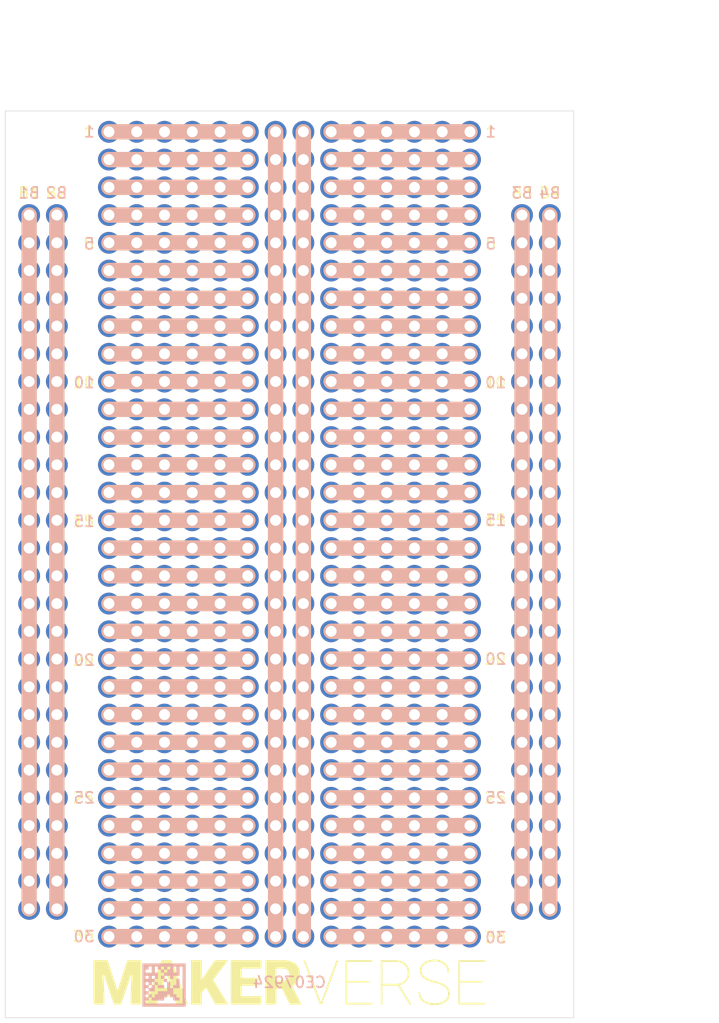
<source format=kicad_pcb>
(kicad_pcb (version 20171130) (host pcbnew "(5.1.10)-1")

  (general
    (thickness 1.6)
    (drawings 44)
    (tracks 0)
    (zones 0)
    (modules 72)
    (nets 1)
  )

  (page A4)
  (title_block
    (title "Makerverse Protoboard 30 Row")
    (date 2021-09-14)
    (rev 10)
    (comment 1 "Designed at Core Electronics by Brenton Schulz")
    (comment 2 "Makerverse and the makerverse logo are trademarks of Core Electronics Pty Ltd.")
    (comment 3 "License: CCASAv4.0 https://creativecommons.org/licenses/by-sa/4.0/")
  )

  (layers
    (0 F.Cu signal)
    (31 B.Cu signal)
    (32 B.Adhes user)
    (33 F.Adhes user)
    (34 B.Paste user)
    (35 F.Paste user)
    (36 B.SilkS user)
    (37 F.SilkS user)
    (38 B.Mask user)
    (39 F.Mask user)
    (40 Dwgs.User user)
    (41 Cmts.User user)
    (42 Eco1.User user)
    (43 Eco2.User user)
    (44 Edge.Cuts user)
    (45 Margin user hide)
    (46 B.CrtYd user)
    (47 F.CrtYd user)
    (48 B.Fab user hide)
    (49 F.Fab user hide)
  )

  (setup
    (last_trace_width 1)
    (trace_clearance 0.2)
    (zone_clearance 0.508)
    (zone_45_only no)
    (trace_min 0.2)
    (via_size 0.8)
    (via_drill 0.4)
    (via_min_size 0.4)
    (via_min_drill 0.3)
    (uvia_size 0.3)
    (uvia_drill 0.1)
    (uvias_allowed no)
    (uvia_min_size 0.2)
    (uvia_min_drill 0.1)
    (edge_width 0.05)
    (segment_width 0.2)
    (pcb_text_width 0.3)
    (pcb_text_size 1.5 1.5)
    (mod_edge_width 0.5)
    (mod_text_size 1 1)
    (mod_text_width 0.16)
    (pad_size 1.524 1.524)
    (pad_drill 0.762)
    (pad_to_mask_clearance 0)
    (aux_axis_origin 0 0)
    (grid_origin 50.535 129.435)
    (visible_elements 7FFFFFFF)
    (pcbplotparams
      (layerselection 0x010fc_ffffffff)
      (usegerberextensions true)
      (usegerberattributes false)
      (usegerberadvancedattributes false)
      (creategerberjobfile false)
      (excludeedgelayer true)
      (linewidth 0.100000)
      (plotframeref false)
      (viasonmask false)
      (mode 1)
      (useauxorigin false)
      (hpglpennumber 1)
      (hpglpenspeed 20)
      (hpglpendiameter 15.000000)
      (psnegative false)
      (psa4output false)
      (plotreference false)
      (plotvalue false)
      (plotinvisibletext false)
      (padsonsilk false)
      (subtractmaskfromsilk true)
      (outputformat 1)
      (mirror false)
      (drillshape 0)
      (scaleselection 1)
      (outputdirectory "//nas.cehq.io/Product Design/Team Workspace/Brenton Schulz/PCBs/Gerbers/Prototyping-Board-30-Row/"))
  )

  (net 0 "")

  (net_class Default "This is the default net class."
    (clearance 0.2)
    (trace_width 1)
    (via_dia 0.8)
    (via_drill 0.4)
    (uvia_dia 0.3)
    (uvia_drill 0.1)
  )

  (module PCB-30-Row:CE07924 (layer B.Cu) (tedit 0) (tstamp 6124D549)
    (at 62.065834 129.435 180)
    (fp_text reference G*** (at 0 0) (layer B.SilkS) hide
      (effects (font (size 1.524 1.524) (thickness 0.3)) (justify mirror))
    )
    (fp_text value LOGO (at 0.75 0) (layer B.SilkS) hide
      (effects (font (size 1.524 1.524) (thickness 0.3)) (justify mirror))
    )
    (fp_poly (pts (xy 0.2794 1.1303) (xy 0 1.1303) (xy 0 1.4097) (xy 0.2794 1.4097)
      (xy 0.2794 1.1303)) (layer B.SilkS) (width 0.01))
    (fp_poly (pts (xy 0.2794 0.56388) (xy 0 0.56388) (xy 0 0.84582) (xy 0.2794 0.84582)
      (xy 0.2794 0.56388)) (layer B.SilkS) (width 0.01))
    (fp_poly (pts (xy -0.00254 0.28194) (xy -0.28194 0.28194) (xy -0.28194 0.56388) (xy -0.00254 0.56388)
      (xy -0.00254 0.28194)) (layer B.SilkS) (width 0.01))
    (fp_poly (pts (xy 0.84582 0) (xy 0.56388 0) (xy 0.56388 0.2794) (xy 0.84582 0.2794)
      (xy 0.84582 0)) (layer B.SilkS) (width 0.01))
    (fp_poly (pts (xy 0.56388 -0.28194) (xy 0 -0.28194) (xy 0 -0.00254) (xy 0.56388 -0.00254)
      (xy 0.56388 -0.28194)) (layer B.SilkS) (width 0.01))
    (fp_poly (pts (xy -1.1303 -0.00254) (xy -0.84836 -0.00254) (xy -0.84836 -0.28194) (xy -1.4097 -0.28194)
      (xy -1.4097 0.56388) (xy -1.1303 0.56388) (xy -1.1303 -0.00254)) (layer B.SilkS) (width 0.01))
    (fp_poly (pts (xy 1.12776 -0.28448) (xy 1.4097 -0.28448) (xy 1.4097 -0.56388) (xy 0.84836 -0.56388)
      (xy 0.84836 -0.00254) (xy 1.12776 -0.00254) (xy 1.12776 -0.28448)) (layer B.SilkS) (width 0.01))
    (fp_poly (pts (xy 1.4097 -1.12776) (xy 1.1303 -1.12776) (xy 1.1303 -0.84836) (xy 1.4097 -0.84836)
      (xy 1.4097 -1.12776)) (layer B.SilkS) (width 0.01))
    (fp_poly (pts (xy -0.28448 -0.56642) (xy 0.56388 -0.56642) (xy 0.56388 -0.84836) (xy 0.84582 -0.84836)
      (xy 0.84582 -1.1303) (xy 1.12776 -1.1303) (xy 1.12776 -1.4097) (xy 0 -1.4097)
      (xy 0 -1.12776) (xy -0.28194 -1.12776) (xy -0.28194 -0.84582) (xy -0.56642 -0.84582)
      (xy -0.56642 -1.12776) (xy -0.84836 -1.12776) (xy -0.84836 -1.4097) (xy -1.4097 -1.4097)
      (xy -1.4097 -1.1303) (xy -1.12776 -1.1303) (xy -1.12776 -0.84836) (xy -0.84582 -0.84836)
      (xy -0.84582 -0.28448) (xy -0.56388 -0.28448) (xy -0.56388 0.2794) (xy -0.28448 0.2794)
      (xy -0.28448 -0.56642)) (layer B.SilkS) (width 0.01))
    (fp_poly (pts (xy 1.97612 -1.97612) (xy -1.97612 -1.97612) (xy -1.97612 1.69418) (xy -1.69418 1.69418)
      (xy -1.69418 -1.69418) (xy 1.69418 -1.69418) (xy 1.69418 -1.4097) (xy 1.41224 -1.4097)
      (xy 1.41224 -1.1303) (xy 1.69418 -1.1303) (xy 1.69418 -0.84582) (xy 1.41224 -0.84582)
      (xy 1.41224 -0.56642) (xy 1.69418 -0.56642) (xy 1.69418 -0.28194) (xy 1.41224 -0.28194)
      (xy 1.41224 -0.00254) (xy 1.69418 -0.00254) (xy 1.69418 0.28194) (xy 1.4097 0.28194)
      (xy 1.4097 0) (xy 1.1303 0) (xy 1.1303 0.28194) (xy 0.84836 0.28194)
      (xy 0.84836 0.56388) (xy 1.1303 0.56388) (xy 1.1303 0.84836) (xy 1.4097 0.84836)
      (xy 1.4097 0.56388) (xy 1.69418 0.56388) (xy 1.69418 0.84836) (xy 1.4097 0.84836)
      (xy 1.1303 0.84836) (xy 0.84582 0.84836) (xy 0.84582 0.56388) (xy 0.56388 0.56388)
      (xy 0.56388 1.12776) (xy 0.84836 1.12776) (xy 0.84836 1.69418) (xy 1.12776 1.69418)
      (xy 1.12776 1.12776) (xy 1.69418 1.12776) (xy 1.69418 1.41224) (xy 1.41224 1.41224)
      (xy 1.41224 1.69418) (xy 1.12776 1.69418) (xy 0.84836 1.69418) (xy 0.56388 1.69418)
      (xy 0.56388 1.41224) (xy 0.28194 1.41224) (xy 0.28194 1.69418) (xy -0.00254 1.69418)
      (xy -0.00254 1.41224) (xy -0.28194 1.41224) (xy -0.28194 1.69418) (xy -0.56642 1.69418)
      (xy -0.56642 1.4097) (xy -0.28448 1.4097) (xy -0.28448 1.12776) (xy -0.00254 1.12776)
      (xy -0.00254 0.84836) (xy -0.56642 0.84836) (xy -0.56642 0.56388) (xy -0.84582 0.56388)
      (xy -0.84582 0.84836) (xy -1.4097 0.84836) (xy -1.4097 1.69418) (xy -1.1303 1.69418)
      (xy -1.1303 1.12776) (xy -0.84582 1.12776) (xy -0.84582 1.69418) (xy -1.1303 1.69418)
      (xy -1.4097 1.69418) (xy -1.69418 1.69418) (xy -1.97612 1.69418) (xy -1.97612 1.97612)
      (xy 1.97612 1.97612) (xy 1.97612 -1.97612)) (layer B.SilkS) (width 0.01))
  )

  (module PCB-30-Row:6-pin-row (layer F.Cu) (tedit 61121796) (tstamp 61035F82)
    (at 90.045 125)
    (fp_text reference REF** (at 3.81 0) (layer F.Fab)
      (effects (font (size 1 1) (thickness 0.15)))
    )
    (fp_text value 6-pin-row (at 11.43 0) (layer F.Fab)
      (effects (font (size 1 1) (thickness 0.15)))
    )
    (fp_line (start -12.7 0) (end 0 0) (layer F.SilkS) (width 1.4))
    (fp_line (start -12.7 0) (end 0 0) (layer B.SilkS) (width 1.4))
    (pad 1 thru_hole circle (at -12.7 0) (size 2 2) (drill 1) (layers *.Cu *.Mask))
    (pad 1 thru_hole circle (at -10.16 0) (size 2 2) (drill 1) (layers *.Cu *.Mask))
    (pad 1 thru_hole circle (at -7.62 0) (size 2 2) (drill 1) (layers *.Cu *.Mask))
    (pad 1 thru_hole circle (at -5.08 0) (size 2 2) (drill 1) (layers *.Cu *.Mask))
    (pad 1 thru_hole circle (at -2.54 0) (size 2 2) (drill 1) (layers *.Cu *.Mask))
    (pad 1 thru_hole circle (at 0 0) (size 2 2) (drill 1) (layers *.Cu *.Mask))
    (pad 1 smd rect (at -6.35 0) (size 12.7 1) (layers B.Cu))
  )

  (module PCB-30-Row:6-pin-row (layer F.Cu) (tedit 61121796) (tstamp 61035F6C)
    (at 90.045 122.46)
    (fp_text reference REF** (at 3.81 0) (layer F.Fab)
      (effects (font (size 1 1) (thickness 0.15)))
    )
    (fp_text value 6-pin-row (at 11.43 0) (layer F.Fab)
      (effects (font (size 1 1) (thickness 0.15)))
    )
    (fp_line (start -12.7 0) (end 0 0) (layer F.SilkS) (width 1.4))
    (fp_line (start -12.7 0) (end 0 0) (layer B.SilkS) (width 1.4))
    (pad 1 thru_hole circle (at -12.7 0) (size 2 2) (drill 1) (layers *.Cu *.Mask))
    (pad 1 thru_hole circle (at -10.16 0) (size 2 2) (drill 1) (layers *.Cu *.Mask))
    (pad 1 thru_hole circle (at -7.62 0) (size 2 2) (drill 1) (layers *.Cu *.Mask))
    (pad 1 thru_hole circle (at -5.08 0) (size 2 2) (drill 1) (layers *.Cu *.Mask))
    (pad 1 thru_hole circle (at -2.54 0) (size 2 2) (drill 1) (layers *.Cu *.Mask))
    (pad 1 thru_hole circle (at 0 0) (size 2 2) (drill 1) (layers *.Cu *.Mask))
    (pad 1 smd rect (at -6.35 0) (size 12.7 1) (layers B.Cu))
  )

  (module PCB-30-Row:6-pin-row (layer F.Cu) (tedit 61121796) (tstamp 61035F56)
    (at 90.045 119.92)
    (fp_text reference REF** (at 3.81 0) (layer F.Fab)
      (effects (font (size 1 1) (thickness 0.15)))
    )
    (fp_text value 6-pin-row (at 11.43 0) (layer F.Fab)
      (effects (font (size 1 1) (thickness 0.15)))
    )
    (fp_line (start -12.7 0) (end 0 0) (layer F.SilkS) (width 1.4))
    (fp_line (start -12.7 0) (end 0 0) (layer B.SilkS) (width 1.4))
    (pad 1 thru_hole circle (at -12.7 0) (size 2 2) (drill 1) (layers *.Cu *.Mask))
    (pad 1 thru_hole circle (at -10.16 0) (size 2 2) (drill 1) (layers *.Cu *.Mask))
    (pad 1 thru_hole circle (at -7.62 0) (size 2 2) (drill 1) (layers *.Cu *.Mask))
    (pad 1 thru_hole circle (at -5.08 0) (size 2 2) (drill 1) (layers *.Cu *.Mask))
    (pad 1 thru_hole circle (at -2.54 0) (size 2 2) (drill 1) (layers *.Cu *.Mask))
    (pad 1 thru_hole circle (at 0 0) (size 2 2) (drill 1) (layers *.Cu *.Mask))
    (pad 1 smd rect (at -6.35 0) (size 12.7 1) (layers B.Cu))
  )

  (module PCB-30-Row:6-pin-row (layer F.Cu) (tedit 61121796) (tstamp 61035F40)
    (at 90.045 117.38)
    (fp_text reference REF** (at 3.81 0) (layer F.Fab)
      (effects (font (size 1 1) (thickness 0.15)))
    )
    (fp_text value 6-pin-row (at 11.43 0) (layer F.Fab)
      (effects (font (size 1 1) (thickness 0.15)))
    )
    (fp_line (start -12.7 0) (end 0 0) (layer F.SilkS) (width 1.4))
    (fp_line (start -12.7 0) (end 0 0) (layer B.SilkS) (width 1.4))
    (pad 1 thru_hole circle (at -12.7 0) (size 2 2) (drill 1) (layers *.Cu *.Mask))
    (pad 1 thru_hole circle (at -10.16 0) (size 2 2) (drill 1) (layers *.Cu *.Mask))
    (pad 1 thru_hole circle (at -7.62 0) (size 2 2) (drill 1) (layers *.Cu *.Mask))
    (pad 1 thru_hole circle (at -5.08 0) (size 2 2) (drill 1) (layers *.Cu *.Mask))
    (pad 1 thru_hole circle (at -2.54 0) (size 2 2) (drill 1) (layers *.Cu *.Mask))
    (pad 1 thru_hole circle (at 0 0) (size 2 2) (drill 1) (layers *.Cu *.Mask))
    (pad 1 smd rect (at -6.35 0) (size 12.7 1) (layers B.Cu))
  )

  (module PCB-30-Row:6-pin-row (layer F.Cu) (tedit 61121796) (tstamp 61035F2A)
    (at 90.045 114.84)
    (fp_text reference REF** (at 3.81 0) (layer F.Fab)
      (effects (font (size 1 1) (thickness 0.15)))
    )
    (fp_text value 6-pin-row (at 11.43 0) (layer F.Fab)
      (effects (font (size 1 1) (thickness 0.15)))
    )
    (fp_line (start -12.7 0) (end 0 0) (layer F.SilkS) (width 1.4))
    (fp_line (start -12.7 0) (end 0 0) (layer B.SilkS) (width 1.4))
    (pad 1 thru_hole circle (at -12.7 0) (size 2 2) (drill 1) (layers *.Cu *.Mask))
    (pad 1 thru_hole circle (at -10.16 0) (size 2 2) (drill 1) (layers *.Cu *.Mask))
    (pad 1 thru_hole circle (at -7.62 0) (size 2 2) (drill 1) (layers *.Cu *.Mask))
    (pad 1 thru_hole circle (at -5.08 0) (size 2 2) (drill 1) (layers *.Cu *.Mask))
    (pad 1 thru_hole circle (at -2.54 0) (size 2 2) (drill 1) (layers *.Cu *.Mask))
    (pad 1 thru_hole circle (at 0 0) (size 2 2) (drill 1) (layers *.Cu *.Mask))
    (pad 1 smd rect (at -6.35 0) (size 12.7 1) (layers B.Cu))
  )

  (module PCB-30-Row:6-pin-row (layer F.Cu) (tedit 61121796) (tstamp 61035F14)
    (at 90.045 112.3)
    (fp_text reference REF** (at 3.81 0) (layer F.Fab)
      (effects (font (size 1 1) (thickness 0.15)))
    )
    (fp_text value 6-pin-row (at 11.43 0) (layer F.Fab)
      (effects (font (size 1 1) (thickness 0.15)))
    )
    (fp_line (start -12.7 0) (end 0 0) (layer F.SilkS) (width 1.4))
    (fp_line (start -12.7 0) (end 0 0) (layer B.SilkS) (width 1.4))
    (pad 1 thru_hole circle (at -12.7 0) (size 2 2) (drill 1) (layers *.Cu *.Mask))
    (pad 1 thru_hole circle (at -10.16 0) (size 2 2) (drill 1) (layers *.Cu *.Mask))
    (pad 1 thru_hole circle (at -7.62 0) (size 2 2) (drill 1) (layers *.Cu *.Mask))
    (pad 1 thru_hole circle (at -5.08 0) (size 2 2) (drill 1) (layers *.Cu *.Mask))
    (pad 1 thru_hole circle (at -2.54 0) (size 2 2) (drill 1) (layers *.Cu *.Mask))
    (pad 1 thru_hole circle (at 0 0) (size 2 2) (drill 1) (layers *.Cu *.Mask))
    (pad 1 smd rect (at -6.35 0) (size 12.7 1) (layers B.Cu))
  )

  (module PCB-30-Row:6-pin-row (layer F.Cu) (tedit 61121796) (tstamp 61035EFE)
    (at 90.045 109.76)
    (fp_text reference REF** (at 3.81 0) (layer F.Fab)
      (effects (font (size 1 1) (thickness 0.15)))
    )
    (fp_text value 6-pin-row (at 11.43 0) (layer F.Fab)
      (effects (font (size 1 1) (thickness 0.15)))
    )
    (fp_line (start -12.7 0) (end 0 0) (layer F.SilkS) (width 1.4))
    (fp_line (start -12.7 0) (end 0 0) (layer B.SilkS) (width 1.4))
    (pad 1 thru_hole circle (at -12.7 0) (size 2 2) (drill 1) (layers *.Cu *.Mask))
    (pad 1 thru_hole circle (at -10.16 0) (size 2 2) (drill 1) (layers *.Cu *.Mask))
    (pad 1 thru_hole circle (at -7.62 0) (size 2 2) (drill 1) (layers *.Cu *.Mask))
    (pad 1 thru_hole circle (at -5.08 0) (size 2 2) (drill 1) (layers *.Cu *.Mask))
    (pad 1 thru_hole circle (at -2.54 0) (size 2 2) (drill 1) (layers *.Cu *.Mask))
    (pad 1 thru_hole circle (at 0 0) (size 2 2) (drill 1) (layers *.Cu *.Mask))
    (pad 1 smd rect (at -6.35 0) (size 12.7 1) (layers B.Cu))
  )

  (module PCB-30-Row:6-pin-row (layer F.Cu) (tedit 61121796) (tstamp 61035EE8)
    (at 90.045 107.22)
    (fp_text reference REF** (at 3.81 0) (layer F.Fab)
      (effects (font (size 1 1) (thickness 0.15)))
    )
    (fp_text value 6-pin-row (at 11.43 0) (layer F.Fab)
      (effects (font (size 1 1) (thickness 0.15)))
    )
    (fp_line (start -12.7 0) (end 0 0) (layer F.SilkS) (width 1.4))
    (fp_line (start -12.7 0) (end 0 0) (layer B.SilkS) (width 1.4))
    (pad 1 thru_hole circle (at -12.7 0) (size 2 2) (drill 1) (layers *.Cu *.Mask))
    (pad 1 thru_hole circle (at -10.16 0) (size 2 2) (drill 1) (layers *.Cu *.Mask))
    (pad 1 thru_hole circle (at -7.62 0) (size 2 2) (drill 1) (layers *.Cu *.Mask))
    (pad 1 thru_hole circle (at -5.08 0) (size 2 2) (drill 1) (layers *.Cu *.Mask))
    (pad 1 thru_hole circle (at -2.54 0) (size 2 2) (drill 1) (layers *.Cu *.Mask))
    (pad 1 thru_hole circle (at 0 0) (size 2 2) (drill 1) (layers *.Cu *.Mask))
    (pad 1 smd rect (at -6.35 0) (size 12.7 1) (layers B.Cu))
  )

  (module PCB-30-Row:6-pin-row (layer F.Cu) (tedit 61121796) (tstamp 61035ED2)
    (at 90.045 104.68)
    (fp_text reference REF** (at 3.81 0) (layer F.Fab)
      (effects (font (size 1 1) (thickness 0.15)))
    )
    (fp_text value 6-pin-row (at 11.43 0) (layer F.Fab)
      (effects (font (size 1 1) (thickness 0.15)))
    )
    (fp_line (start -12.7 0) (end 0 0) (layer F.SilkS) (width 1.4))
    (fp_line (start -12.7 0) (end 0 0) (layer B.SilkS) (width 1.4))
    (pad 1 thru_hole circle (at -12.7 0) (size 2 2) (drill 1) (layers *.Cu *.Mask))
    (pad 1 thru_hole circle (at -10.16 0) (size 2 2) (drill 1) (layers *.Cu *.Mask))
    (pad 1 thru_hole circle (at -7.62 0) (size 2 2) (drill 1) (layers *.Cu *.Mask))
    (pad 1 thru_hole circle (at -5.08 0) (size 2 2) (drill 1) (layers *.Cu *.Mask))
    (pad 1 thru_hole circle (at -2.54 0) (size 2 2) (drill 1) (layers *.Cu *.Mask))
    (pad 1 thru_hole circle (at 0 0) (size 2 2) (drill 1) (layers *.Cu *.Mask))
    (pad 1 smd rect (at -6.35 0) (size 12.7 1) (layers B.Cu))
  )

  (module PCB-30-Row:6-pin-row (layer F.Cu) (tedit 61121796) (tstamp 61035EBC)
    (at 90.045 102.14)
    (fp_text reference REF** (at 3.81 0) (layer F.Fab)
      (effects (font (size 1 1) (thickness 0.15)))
    )
    (fp_text value 6-pin-row (at 11.43 0) (layer F.Fab)
      (effects (font (size 1 1) (thickness 0.15)))
    )
    (fp_line (start -12.7 0) (end 0 0) (layer F.SilkS) (width 1.4))
    (fp_line (start -12.7 0) (end 0 0) (layer B.SilkS) (width 1.4))
    (pad 1 thru_hole circle (at -12.7 0) (size 2 2) (drill 1) (layers *.Cu *.Mask))
    (pad 1 thru_hole circle (at -10.16 0) (size 2 2) (drill 1) (layers *.Cu *.Mask))
    (pad 1 thru_hole circle (at -7.62 0) (size 2 2) (drill 1) (layers *.Cu *.Mask))
    (pad 1 thru_hole circle (at -5.08 0) (size 2 2) (drill 1) (layers *.Cu *.Mask))
    (pad 1 thru_hole circle (at -2.54 0) (size 2 2) (drill 1) (layers *.Cu *.Mask))
    (pad 1 thru_hole circle (at 0 0) (size 2 2) (drill 1) (layers *.Cu *.Mask))
    (pad 1 smd rect (at -6.35 0) (size 12.7 1) (layers B.Cu))
  )

  (module PCB-30-Row:6-pin-row (layer F.Cu) (tedit 61121796) (tstamp 61035EA6)
    (at 90.045 99.6)
    (fp_text reference REF** (at 3.81 0) (layer F.Fab)
      (effects (font (size 1 1) (thickness 0.15)))
    )
    (fp_text value 6-pin-row (at 11.43 0) (layer F.Fab)
      (effects (font (size 1 1) (thickness 0.15)))
    )
    (fp_line (start -12.7 0) (end 0 0) (layer F.SilkS) (width 1.4))
    (fp_line (start -12.7 0) (end 0 0) (layer B.SilkS) (width 1.4))
    (pad 1 thru_hole circle (at -12.7 0) (size 2 2) (drill 1) (layers *.Cu *.Mask))
    (pad 1 thru_hole circle (at -10.16 0) (size 2 2) (drill 1) (layers *.Cu *.Mask))
    (pad 1 thru_hole circle (at -7.62 0) (size 2 2) (drill 1) (layers *.Cu *.Mask))
    (pad 1 thru_hole circle (at -5.08 0) (size 2 2) (drill 1) (layers *.Cu *.Mask))
    (pad 1 thru_hole circle (at -2.54 0) (size 2 2) (drill 1) (layers *.Cu *.Mask))
    (pad 1 thru_hole circle (at 0 0) (size 2 2) (drill 1) (layers *.Cu *.Mask))
    (pad 1 smd rect (at -6.35 0) (size 12.7 1) (layers B.Cu))
  )

  (module PCB-30-Row:6-pin-row (layer F.Cu) (tedit 61121796) (tstamp 61035E90)
    (at 90.045 97.06)
    (fp_text reference REF** (at 3.81 0) (layer F.Fab)
      (effects (font (size 1 1) (thickness 0.15)))
    )
    (fp_text value 6-pin-row (at 11.43 0) (layer F.Fab)
      (effects (font (size 1 1) (thickness 0.15)))
    )
    (fp_line (start -12.7 0) (end 0 0) (layer F.SilkS) (width 1.4))
    (fp_line (start -12.7 0) (end 0 0) (layer B.SilkS) (width 1.4))
    (pad 1 thru_hole circle (at -12.7 0) (size 2 2) (drill 1) (layers *.Cu *.Mask))
    (pad 1 thru_hole circle (at -10.16 0) (size 2 2) (drill 1) (layers *.Cu *.Mask))
    (pad 1 thru_hole circle (at -7.62 0) (size 2 2) (drill 1) (layers *.Cu *.Mask))
    (pad 1 thru_hole circle (at -5.08 0) (size 2 2) (drill 1) (layers *.Cu *.Mask))
    (pad 1 thru_hole circle (at -2.54 0) (size 2 2) (drill 1) (layers *.Cu *.Mask))
    (pad 1 thru_hole circle (at 0 0) (size 2 2) (drill 1) (layers *.Cu *.Mask))
    (pad 1 smd rect (at -6.35 0) (size 12.7 1) (layers B.Cu))
  )

  (module PCB-30-Row:6-pin-row (layer F.Cu) (tedit 61121796) (tstamp 61035E7A)
    (at 90.045 94.52)
    (fp_text reference REF** (at 3.81 0) (layer F.Fab)
      (effects (font (size 1 1) (thickness 0.15)))
    )
    (fp_text value 6-pin-row (at 11.43 0) (layer F.Fab)
      (effects (font (size 1 1) (thickness 0.15)))
    )
    (fp_line (start -12.7 0) (end 0 0) (layer F.SilkS) (width 1.4))
    (fp_line (start -12.7 0) (end 0 0) (layer B.SilkS) (width 1.4))
    (pad 1 thru_hole circle (at -12.7 0) (size 2 2) (drill 1) (layers *.Cu *.Mask))
    (pad 1 thru_hole circle (at -10.16 0) (size 2 2) (drill 1) (layers *.Cu *.Mask))
    (pad 1 thru_hole circle (at -7.62 0) (size 2 2) (drill 1) (layers *.Cu *.Mask))
    (pad 1 thru_hole circle (at -5.08 0) (size 2 2) (drill 1) (layers *.Cu *.Mask))
    (pad 1 thru_hole circle (at -2.54 0) (size 2 2) (drill 1) (layers *.Cu *.Mask))
    (pad 1 thru_hole circle (at 0 0) (size 2 2) (drill 1) (layers *.Cu *.Mask))
    (pad 1 smd rect (at -6.35 0) (size 12.7 1) (layers B.Cu))
  )

  (module PCB-30-Row:6-pin-row (layer F.Cu) (tedit 61121796) (tstamp 61035E64)
    (at 90.045 91.98)
    (fp_text reference REF** (at 3.81 0) (layer F.Fab)
      (effects (font (size 1 1) (thickness 0.15)))
    )
    (fp_text value 6-pin-row (at 11.43 0) (layer F.Fab)
      (effects (font (size 1 1) (thickness 0.15)))
    )
    (fp_line (start -12.7 0) (end 0 0) (layer F.SilkS) (width 1.4))
    (fp_line (start -12.7 0) (end 0 0) (layer B.SilkS) (width 1.4))
    (pad 1 thru_hole circle (at -12.7 0) (size 2 2) (drill 1) (layers *.Cu *.Mask))
    (pad 1 thru_hole circle (at -10.16 0) (size 2 2) (drill 1) (layers *.Cu *.Mask))
    (pad 1 thru_hole circle (at -7.62 0) (size 2 2) (drill 1) (layers *.Cu *.Mask))
    (pad 1 thru_hole circle (at -5.08 0) (size 2 2) (drill 1) (layers *.Cu *.Mask))
    (pad 1 thru_hole circle (at -2.54 0) (size 2 2) (drill 1) (layers *.Cu *.Mask))
    (pad 1 thru_hole circle (at 0 0) (size 2 2) (drill 1) (layers *.Cu *.Mask))
    (pad 1 smd rect (at -6.35 0) (size 12.7 1) (layers B.Cu))
  )

  (module PCB-30-Row:6-pin-row (layer F.Cu) (tedit 61121796) (tstamp 61035E4E)
    (at 90.045 89.44)
    (fp_text reference REF** (at 3.81 0) (layer F.Fab)
      (effects (font (size 1 1) (thickness 0.15)))
    )
    (fp_text value 6-pin-row (at 11.43 0) (layer F.Fab)
      (effects (font (size 1 1) (thickness 0.15)))
    )
    (fp_line (start -12.7 0) (end 0 0) (layer F.SilkS) (width 1.4))
    (fp_line (start -12.7 0) (end 0 0) (layer B.SilkS) (width 1.4))
    (pad 1 thru_hole circle (at -12.7 0) (size 2 2) (drill 1) (layers *.Cu *.Mask))
    (pad 1 thru_hole circle (at -10.16 0) (size 2 2) (drill 1) (layers *.Cu *.Mask))
    (pad 1 thru_hole circle (at -7.62 0) (size 2 2) (drill 1) (layers *.Cu *.Mask))
    (pad 1 thru_hole circle (at -5.08 0) (size 2 2) (drill 1) (layers *.Cu *.Mask))
    (pad 1 thru_hole circle (at -2.54 0) (size 2 2) (drill 1) (layers *.Cu *.Mask))
    (pad 1 thru_hole circle (at 0 0) (size 2 2) (drill 1) (layers *.Cu *.Mask))
    (pad 1 smd rect (at -6.35 0) (size 12.7 1) (layers B.Cu))
  )

  (module PCB-30-Row:6-pin-row (layer F.Cu) (tedit 61121796) (tstamp 61035E38)
    (at 90.045 86.9)
    (fp_text reference REF** (at 3.81 0) (layer F.Fab)
      (effects (font (size 1 1) (thickness 0.15)))
    )
    (fp_text value 6-pin-row (at 11.43 0) (layer F.Fab)
      (effects (font (size 1 1) (thickness 0.15)))
    )
    (fp_line (start -12.7 0) (end 0 0) (layer F.SilkS) (width 1.4))
    (fp_line (start -12.7 0) (end 0 0) (layer B.SilkS) (width 1.4))
    (pad 1 thru_hole circle (at -12.7 0) (size 2 2) (drill 1) (layers *.Cu *.Mask))
    (pad 1 thru_hole circle (at -10.16 0) (size 2 2) (drill 1) (layers *.Cu *.Mask))
    (pad 1 thru_hole circle (at -7.62 0) (size 2 2) (drill 1) (layers *.Cu *.Mask))
    (pad 1 thru_hole circle (at -5.08 0) (size 2 2) (drill 1) (layers *.Cu *.Mask))
    (pad 1 thru_hole circle (at -2.54 0) (size 2 2) (drill 1) (layers *.Cu *.Mask))
    (pad 1 thru_hole circle (at 0 0) (size 2 2) (drill 1) (layers *.Cu *.Mask))
    (pad 1 smd rect (at -6.35 0) (size 12.7 1) (layers B.Cu))
  )

  (module PCB-30-Row:6-pin-row (layer F.Cu) (tedit 61121796) (tstamp 61035E22)
    (at 90.045 84.36)
    (fp_text reference REF** (at 3.81 0) (layer F.Fab)
      (effects (font (size 1 1) (thickness 0.15)))
    )
    (fp_text value 6-pin-row (at 11.43 0) (layer F.Fab)
      (effects (font (size 1 1) (thickness 0.15)))
    )
    (fp_line (start -12.7 0) (end 0 0) (layer F.SilkS) (width 1.4))
    (fp_line (start -12.7 0) (end 0 0) (layer B.SilkS) (width 1.4))
    (pad 1 thru_hole circle (at -12.7 0) (size 2 2) (drill 1) (layers *.Cu *.Mask))
    (pad 1 thru_hole circle (at -10.16 0) (size 2 2) (drill 1) (layers *.Cu *.Mask))
    (pad 1 thru_hole circle (at -7.62 0) (size 2 2) (drill 1) (layers *.Cu *.Mask))
    (pad 1 thru_hole circle (at -5.08 0) (size 2 2) (drill 1) (layers *.Cu *.Mask))
    (pad 1 thru_hole circle (at -2.54 0) (size 2 2) (drill 1) (layers *.Cu *.Mask))
    (pad 1 thru_hole circle (at 0 0) (size 2 2) (drill 1) (layers *.Cu *.Mask))
    (pad 1 smd rect (at -6.35 0) (size 12.7 1) (layers B.Cu))
  )

  (module PCB-30-Row:6-pin-row (layer F.Cu) (tedit 61121796) (tstamp 61035E0C)
    (at 90.045 81.82)
    (fp_text reference REF** (at 3.81 0) (layer F.Fab)
      (effects (font (size 1 1) (thickness 0.15)))
    )
    (fp_text value 6-pin-row (at 11.43 0) (layer F.Fab)
      (effects (font (size 1 1) (thickness 0.15)))
    )
    (fp_line (start -12.7 0) (end 0 0) (layer F.SilkS) (width 1.4))
    (fp_line (start -12.7 0) (end 0 0) (layer B.SilkS) (width 1.4))
    (pad 1 thru_hole circle (at -12.7 0) (size 2 2) (drill 1) (layers *.Cu *.Mask))
    (pad 1 thru_hole circle (at -10.16 0) (size 2 2) (drill 1) (layers *.Cu *.Mask))
    (pad 1 thru_hole circle (at -7.62 0) (size 2 2) (drill 1) (layers *.Cu *.Mask))
    (pad 1 thru_hole circle (at -5.08 0) (size 2 2) (drill 1) (layers *.Cu *.Mask))
    (pad 1 thru_hole circle (at -2.54 0) (size 2 2) (drill 1) (layers *.Cu *.Mask))
    (pad 1 thru_hole circle (at 0 0) (size 2 2) (drill 1) (layers *.Cu *.Mask))
    (pad 1 smd rect (at -6.35 0) (size 12.7 1) (layers B.Cu))
  )

  (module PCB-30-Row:6-pin-row (layer F.Cu) (tedit 61121796) (tstamp 61035DF6)
    (at 90.045 79.28)
    (fp_text reference REF** (at 3.81 0) (layer F.Fab)
      (effects (font (size 1 1) (thickness 0.15)))
    )
    (fp_text value 6-pin-row (at 11.43 0) (layer F.Fab)
      (effects (font (size 1 1) (thickness 0.15)))
    )
    (fp_line (start -12.7 0) (end 0 0) (layer F.SilkS) (width 1.4))
    (fp_line (start -12.7 0) (end 0 0) (layer B.SilkS) (width 1.4))
    (pad 1 thru_hole circle (at -12.7 0) (size 2 2) (drill 1) (layers *.Cu *.Mask))
    (pad 1 thru_hole circle (at -10.16 0) (size 2 2) (drill 1) (layers *.Cu *.Mask))
    (pad 1 thru_hole circle (at -7.62 0) (size 2 2) (drill 1) (layers *.Cu *.Mask))
    (pad 1 thru_hole circle (at -5.08 0) (size 2 2) (drill 1) (layers *.Cu *.Mask))
    (pad 1 thru_hole circle (at -2.54 0) (size 2 2) (drill 1) (layers *.Cu *.Mask))
    (pad 1 thru_hole circle (at 0 0) (size 2 2) (drill 1) (layers *.Cu *.Mask))
    (pad 1 smd rect (at -6.35 0) (size 12.7 1) (layers B.Cu))
  )

  (module PCB-30-Row:6-pin-row (layer F.Cu) (tedit 61121796) (tstamp 61035DE0)
    (at 90.045 76.74)
    (fp_text reference REF** (at 3.81 0) (layer F.Fab)
      (effects (font (size 1 1) (thickness 0.15)))
    )
    (fp_text value 6-pin-row (at 11.43 0) (layer F.Fab)
      (effects (font (size 1 1) (thickness 0.15)))
    )
    (fp_line (start -12.7 0) (end 0 0) (layer F.SilkS) (width 1.4))
    (fp_line (start -12.7 0) (end 0 0) (layer B.SilkS) (width 1.4))
    (pad 1 thru_hole circle (at -12.7 0) (size 2 2) (drill 1) (layers *.Cu *.Mask))
    (pad 1 thru_hole circle (at -10.16 0) (size 2 2) (drill 1) (layers *.Cu *.Mask))
    (pad 1 thru_hole circle (at -7.62 0) (size 2 2) (drill 1) (layers *.Cu *.Mask))
    (pad 1 thru_hole circle (at -5.08 0) (size 2 2) (drill 1) (layers *.Cu *.Mask))
    (pad 1 thru_hole circle (at -2.54 0) (size 2 2) (drill 1) (layers *.Cu *.Mask))
    (pad 1 thru_hole circle (at 0 0) (size 2 2) (drill 1) (layers *.Cu *.Mask))
    (pad 1 smd rect (at -6.35 0) (size 12.7 1) (layers B.Cu))
  )

  (module PCB-30-Row:6-pin-row (layer F.Cu) (tedit 61121796) (tstamp 61035DCA)
    (at 90.045 74.2)
    (fp_text reference REF** (at 3.81 0) (layer F.Fab)
      (effects (font (size 1 1) (thickness 0.15)))
    )
    (fp_text value 6-pin-row (at 11.43 0) (layer F.Fab)
      (effects (font (size 1 1) (thickness 0.15)))
    )
    (fp_line (start -12.7 0) (end 0 0) (layer F.SilkS) (width 1.4))
    (fp_line (start -12.7 0) (end 0 0) (layer B.SilkS) (width 1.4))
    (pad 1 thru_hole circle (at -12.7 0) (size 2 2) (drill 1) (layers *.Cu *.Mask))
    (pad 1 thru_hole circle (at -10.16 0) (size 2 2) (drill 1) (layers *.Cu *.Mask))
    (pad 1 thru_hole circle (at -7.62 0) (size 2 2) (drill 1) (layers *.Cu *.Mask))
    (pad 1 thru_hole circle (at -5.08 0) (size 2 2) (drill 1) (layers *.Cu *.Mask))
    (pad 1 thru_hole circle (at -2.54 0) (size 2 2) (drill 1) (layers *.Cu *.Mask))
    (pad 1 thru_hole circle (at 0 0) (size 2 2) (drill 1) (layers *.Cu *.Mask))
    (pad 1 smd rect (at -6.35 0) (size 12.7 1) (layers B.Cu))
  )

  (module PCB-30-Row:6-pin-row (layer F.Cu) (tedit 61121796) (tstamp 61035DB4)
    (at 90.045 71.66)
    (fp_text reference REF** (at 3.81 0) (layer F.Fab)
      (effects (font (size 1 1) (thickness 0.15)))
    )
    (fp_text value 6-pin-row (at 11.43 0) (layer F.Fab)
      (effects (font (size 1 1) (thickness 0.15)))
    )
    (fp_line (start -12.7 0) (end 0 0) (layer F.SilkS) (width 1.4))
    (fp_line (start -12.7 0) (end 0 0) (layer B.SilkS) (width 1.4))
    (pad 1 thru_hole circle (at -12.7 0) (size 2 2) (drill 1) (layers *.Cu *.Mask))
    (pad 1 thru_hole circle (at -10.16 0) (size 2 2) (drill 1) (layers *.Cu *.Mask))
    (pad 1 thru_hole circle (at -7.62 0) (size 2 2) (drill 1) (layers *.Cu *.Mask))
    (pad 1 thru_hole circle (at -5.08 0) (size 2 2) (drill 1) (layers *.Cu *.Mask))
    (pad 1 thru_hole circle (at -2.54 0) (size 2 2) (drill 1) (layers *.Cu *.Mask))
    (pad 1 thru_hole circle (at 0 0) (size 2 2) (drill 1) (layers *.Cu *.Mask))
    (pad 1 smd rect (at -6.35 0) (size 12.7 1) (layers B.Cu))
  )

  (module PCB-30-Row:6-pin-row (layer F.Cu) (tedit 61121796) (tstamp 61035D9E)
    (at 90.045 69.12)
    (fp_text reference REF** (at 3.81 0) (layer F.Fab)
      (effects (font (size 1 1) (thickness 0.15)))
    )
    (fp_text value 6-pin-row (at 11.43 0) (layer F.Fab)
      (effects (font (size 1 1) (thickness 0.15)))
    )
    (fp_line (start -12.7 0) (end 0 0) (layer F.SilkS) (width 1.4))
    (fp_line (start -12.7 0) (end 0 0) (layer B.SilkS) (width 1.4))
    (pad 1 thru_hole circle (at -12.7 0) (size 2 2) (drill 1) (layers *.Cu *.Mask))
    (pad 1 thru_hole circle (at -10.16 0) (size 2 2) (drill 1) (layers *.Cu *.Mask))
    (pad 1 thru_hole circle (at -7.62 0) (size 2 2) (drill 1) (layers *.Cu *.Mask))
    (pad 1 thru_hole circle (at -5.08 0) (size 2 2) (drill 1) (layers *.Cu *.Mask))
    (pad 1 thru_hole circle (at -2.54 0) (size 2 2) (drill 1) (layers *.Cu *.Mask))
    (pad 1 thru_hole circle (at 0 0) (size 2 2) (drill 1) (layers *.Cu *.Mask))
    (pad 1 smd rect (at -6.35 0) (size 12.7 1) (layers B.Cu))
  )

  (module PCB-30-Row:6-pin-row (layer F.Cu) (tedit 61121796) (tstamp 61035D88)
    (at 90.045 66.58)
    (fp_text reference REF** (at 3.81 0) (layer F.Fab)
      (effects (font (size 1 1) (thickness 0.15)))
    )
    (fp_text value 6-pin-row (at 11.43 0) (layer F.Fab)
      (effects (font (size 1 1) (thickness 0.15)))
    )
    (fp_line (start -12.7 0) (end 0 0) (layer F.SilkS) (width 1.4))
    (fp_line (start -12.7 0) (end 0 0) (layer B.SilkS) (width 1.4))
    (pad 1 thru_hole circle (at -12.7 0) (size 2 2) (drill 1) (layers *.Cu *.Mask))
    (pad 1 thru_hole circle (at -10.16 0) (size 2 2) (drill 1) (layers *.Cu *.Mask))
    (pad 1 thru_hole circle (at -7.62 0) (size 2 2) (drill 1) (layers *.Cu *.Mask))
    (pad 1 thru_hole circle (at -5.08 0) (size 2 2) (drill 1) (layers *.Cu *.Mask))
    (pad 1 thru_hole circle (at -2.54 0) (size 2 2) (drill 1) (layers *.Cu *.Mask))
    (pad 1 thru_hole circle (at 0 0) (size 2 2) (drill 1) (layers *.Cu *.Mask))
    (pad 1 smd rect (at -6.35 0) (size 12.7 1) (layers B.Cu))
  )

  (module PCB-30-Row:6-pin-row (layer F.Cu) (tedit 61121796) (tstamp 61035D72)
    (at 90.045 64.04)
    (fp_text reference REF** (at 3.81 0) (layer F.Fab)
      (effects (font (size 1 1) (thickness 0.15)))
    )
    (fp_text value 6-pin-row (at 11.43 0) (layer F.Fab)
      (effects (font (size 1 1) (thickness 0.15)))
    )
    (fp_line (start -12.7 0) (end 0 0) (layer F.SilkS) (width 1.4))
    (fp_line (start -12.7 0) (end 0 0) (layer B.SilkS) (width 1.4))
    (pad 1 thru_hole circle (at -12.7 0) (size 2 2) (drill 1) (layers *.Cu *.Mask))
    (pad 1 thru_hole circle (at -10.16 0) (size 2 2) (drill 1) (layers *.Cu *.Mask))
    (pad 1 thru_hole circle (at -7.62 0) (size 2 2) (drill 1) (layers *.Cu *.Mask))
    (pad 1 thru_hole circle (at -5.08 0) (size 2 2) (drill 1) (layers *.Cu *.Mask))
    (pad 1 thru_hole circle (at -2.54 0) (size 2 2) (drill 1) (layers *.Cu *.Mask))
    (pad 1 thru_hole circle (at 0 0) (size 2 2) (drill 1) (layers *.Cu *.Mask))
    (pad 1 smd rect (at -6.35 0) (size 12.7 1) (layers B.Cu))
  )

  (module PCB-30-Row:6-pin-row (layer F.Cu) (tedit 61121796) (tstamp 61035D5C)
    (at 90.045 61.5)
    (fp_text reference REF** (at 3.81 0) (layer F.Fab)
      (effects (font (size 1 1) (thickness 0.15)))
    )
    (fp_text value 6-pin-row (at 11.43 0) (layer F.Fab)
      (effects (font (size 1 1) (thickness 0.15)))
    )
    (fp_line (start -12.7 0) (end 0 0) (layer F.SilkS) (width 1.4))
    (fp_line (start -12.7 0) (end 0 0) (layer B.SilkS) (width 1.4))
    (pad 1 thru_hole circle (at -12.7 0) (size 2 2) (drill 1) (layers *.Cu *.Mask))
    (pad 1 thru_hole circle (at -10.16 0) (size 2 2) (drill 1) (layers *.Cu *.Mask))
    (pad 1 thru_hole circle (at -7.62 0) (size 2 2) (drill 1) (layers *.Cu *.Mask))
    (pad 1 thru_hole circle (at -5.08 0) (size 2 2) (drill 1) (layers *.Cu *.Mask))
    (pad 1 thru_hole circle (at -2.54 0) (size 2 2) (drill 1) (layers *.Cu *.Mask))
    (pad 1 thru_hole circle (at 0 0) (size 2 2) (drill 1) (layers *.Cu *.Mask))
    (pad 1 smd rect (at -6.35 0) (size 12.7 1) (layers B.Cu))
  )

  (module PCB-30-Row:6-pin-row (layer F.Cu) (tedit 61121796) (tstamp 61035D46)
    (at 90.045 58.96)
    (fp_text reference REF** (at 3.81 0) (layer F.Fab)
      (effects (font (size 1 1) (thickness 0.15)))
    )
    (fp_text value 6-pin-row (at 11.43 0) (layer F.Fab)
      (effects (font (size 1 1) (thickness 0.15)))
    )
    (fp_line (start -12.7 0) (end 0 0) (layer F.SilkS) (width 1.4))
    (fp_line (start -12.7 0) (end 0 0) (layer B.SilkS) (width 1.4))
    (pad 1 thru_hole circle (at -12.7 0) (size 2 2) (drill 1) (layers *.Cu *.Mask))
    (pad 1 thru_hole circle (at -10.16 0) (size 2 2) (drill 1) (layers *.Cu *.Mask))
    (pad 1 thru_hole circle (at -7.62 0) (size 2 2) (drill 1) (layers *.Cu *.Mask))
    (pad 1 thru_hole circle (at -5.08 0) (size 2 2) (drill 1) (layers *.Cu *.Mask))
    (pad 1 thru_hole circle (at -2.54 0) (size 2 2) (drill 1) (layers *.Cu *.Mask))
    (pad 1 thru_hole circle (at 0 0) (size 2 2) (drill 1) (layers *.Cu *.Mask))
    (pad 1 smd rect (at -6.35 0) (size 12.7 1) (layers B.Cu))
  )

  (module PCB-30-Row:6-pin-row (layer F.Cu) (tedit 61121796) (tstamp 61035D30)
    (at 90.045 56.42)
    (fp_text reference REF** (at 3.81 0) (layer F.Fab)
      (effects (font (size 1 1) (thickness 0.15)))
    )
    (fp_text value 6-pin-row (at 11.43 0) (layer F.Fab)
      (effects (font (size 1 1) (thickness 0.15)))
    )
    (fp_line (start -12.7 0) (end 0 0) (layer F.SilkS) (width 1.4))
    (fp_line (start -12.7 0) (end 0 0) (layer B.SilkS) (width 1.4))
    (pad 1 thru_hole circle (at -12.7 0) (size 2 2) (drill 1) (layers *.Cu *.Mask))
    (pad 1 thru_hole circle (at -10.16 0) (size 2 2) (drill 1) (layers *.Cu *.Mask))
    (pad 1 thru_hole circle (at -7.62 0) (size 2 2) (drill 1) (layers *.Cu *.Mask))
    (pad 1 thru_hole circle (at -5.08 0) (size 2 2) (drill 1) (layers *.Cu *.Mask))
    (pad 1 thru_hole circle (at -2.54 0) (size 2 2) (drill 1) (layers *.Cu *.Mask))
    (pad 1 thru_hole circle (at 0 0) (size 2 2) (drill 1) (layers *.Cu *.Mask))
    (pad 1 smd rect (at -6.35 0) (size 12.7 1) (layers B.Cu))
  )

  (module PCB-30-Row:6-pin-row (layer F.Cu) (tedit 61121796) (tstamp 61035D1A)
    (at 90.045 53.88)
    (fp_text reference REF** (at 3.81 0) (layer F.Fab)
      (effects (font (size 1 1) (thickness 0.15)))
    )
    (fp_text value 6-pin-row (at 11.43 0) (layer F.Fab)
      (effects (font (size 1 1) (thickness 0.15)))
    )
    (fp_line (start -12.7 0) (end 0 0) (layer F.SilkS) (width 1.4))
    (fp_line (start -12.7 0) (end 0 0) (layer B.SilkS) (width 1.4))
    (pad 1 thru_hole circle (at -12.7 0) (size 2 2) (drill 1) (layers *.Cu *.Mask))
    (pad 1 thru_hole circle (at -10.16 0) (size 2 2) (drill 1) (layers *.Cu *.Mask))
    (pad 1 thru_hole circle (at -7.62 0) (size 2 2) (drill 1) (layers *.Cu *.Mask))
    (pad 1 thru_hole circle (at -5.08 0) (size 2 2) (drill 1) (layers *.Cu *.Mask))
    (pad 1 thru_hole circle (at -2.54 0) (size 2 2) (drill 1) (layers *.Cu *.Mask))
    (pad 1 thru_hole circle (at 0 0) (size 2 2) (drill 1) (layers *.Cu *.Mask))
    (pad 1 smd rect (at -6.35 0) (size 12.7 1) (layers B.Cu))
  )

  (module PCB-30-Row:6-pin-row (layer F.Cu) (tedit 61121796) (tstamp 61035CF9)
    (at 69.725 125)
    (fp_text reference REF** (at 3.81 0) (layer F.Fab)
      (effects (font (size 1 1) (thickness 0.15)))
    )
    (fp_text value 6-pin-row (at 11.43 0) (layer F.Fab)
      (effects (font (size 1 1) (thickness 0.15)))
    )
    (fp_line (start -12.7 0) (end 0 0) (layer F.SilkS) (width 1.4))
    (fp_line (start -12.7 0) (end 0 0) (layer B.SilkS) (width 1.4))
    (pad 1 thru_hole circle (at -12.7 0) (size 2 2) (drill 1) (layers *.Cu *.Mask))
    (pad 1 thru_hole circle (at -10.16 0) (size 2 2) (drill 1) (layers *.Cu *.Mask))
    (pad 1 thru_hole circle (at -7.62 0) (size 2 2) (drill 1) (layers *.Cu *.Mask))
    (pad 1 thru_hole circle (at -5.08 0) (size 2 2) (drill 1) (layers *.Cu *.Mask))
    (pad 1 thru_hole circle (at -2.54 0) (size 2 2) (drill 1) (layers *.Cu *.Mask))
    (pad 1 thru_hole circle (at 0 0) (size 2 2) (drill 1) (layers *.Cu *.Mask))
    (pad 1 smd rect (at -6.35 0) (size 12.7 1) (layers B.Cu))
  )

  (module PCB-30-Row:6-pin-row (layer F.Cu) (tedit 61121796) (tstamp 61035CE3)
    (at 69.725 122.46)
    (fp_text reference REF** (at 3.81 0) (layer F.Fab)
      (effects (font (size 1 1) (thickness 0.15)))
    )
    (fp_text value 6-pin-row (at 11.43 0) (layer F.Fab)
      (effects (font (size 1 1) (thickness 0.15)))
    )
    (fp_line (start -12.7 0) (end 0 0) (layer F.SilkS) (width 1.4))
    (fp_line (start -12.7 0) (end 0 0) (layer B.SilkS) (width 1.4))
    (pad 1 thru_hole circle (at -12.7 0) (size 2 2) (drill 1) (layers *.Cu *.Mask))
    (pad 1 thru_hole circle (at -10.16 0) (size 2 2) (drill 1) (layers *.Cu *.Mask))
    (pad 1 thru_hole circle (at -7.62 0) (size 2 2) (drill 1) (layers *.Cu *.Mask))
    (pad 1 thru_hole circle (at -5.08 0) (size 2 2) (drill 1) (layers *.Cu *.Mask))
    (pad 1 thru_hole circle (at -2.54 0) (size 2 2) (drill 1) (layers *.Cu *.Mask))
    (pad 1 thru_hole circle (at 0 0) (size 2 2) (drill 1) (layers *.Cu *.Mask))
    (pad 1 smd rect (at -6.35 0) (size 12.7 1) (layers B.Cu))
  )

  (module PCB-30-Row:6-pin-row (layer F.Cu) (tedit 61121796) (tstamp 61035CCD)
    (at 69.725 119.92)
    (fp_text reference REF** (at 3.81 0) (layer F.Fab)
      (effects (font (size 1 1) (thickness 0.15)))
    )
    (fp_text value 6-pin-row (at 11.43 0) (layer F.Fab)
      (effects (font (size 1 1) (thickness 0.15)))
    )
    (fp_line (start -12.7 0) (end 0 0) (layer F.SilkS) (width 1.4))
    (fp_line (start -12.7 0) (end 0 0) (layer B.SilkS) (width 1.4))
    (pad 1 thru_hole circle (at -12.7 0) (size 2 2) (drill 1) (layers *.Cu *.Mask))
    (pad 1 thru_hole circle (at -10.16 0) (size 2 2) (drill 1) (layers *.Cu *.Mask))
    (pad 1 thru_hole circle (at -7.62 0) (size 2 2) (drill 1) (layers *.Cu *.Mask))
    (pad 1 thru_hole circle (at -5.08 0) (size 2 2) (drill 1) (layers *.Cu *.Mask))
    (pad 1 thru_hole circle (at -2.54 0) (size 2 2) (drill 1) (layers *.Cu *.Mask))
    (pad 1 thru_hole circle (at 0 0) (size 2 2) (drill 1) (layers *.Cu *.Mask))
    (pad 1 smd rect (at -6.35 0) (size 12.7 1) (layers B.Cu))
  )

  (module PCB-30-Row:6-pin-row (layer F.Cu) (tedit 61121796) (tstamp 61035CB7)
    (at 69.725 117.38)
    (fp_text reference REF** (at 3.81 0) (layer F.Fab)
      (effects (font (size 1 1) (thickness 0.15)))
    )
    (fp_text value 6-pin-row (at 11.43 0) (layer F.Fab)
      (effects (font (size 1 1) (thickness 0.15)))
    )
    (fp_line (start -12.7 0) (end 0 0) (layer F.SilkS) (width 1.4))
    (fp_line (start -12.7 0) (end 0 0) (layer B.SilkS) (width 1.4))
    (pad 1 thru_hole circle (at -12.7 0) (size 2 2) (drill 1) (layers *.Cu *.Mask))
    (pad 1 thru_hole circle (at -10.16 0) (size 2 2) (drill 1) (layers *.Cu *.Mask))
    (pad 1 thru_hole circle (at -7.62 0) (size 2 2) (drill 1) (layers *.Cu *.Mask))
    (pad 1 thru_hole circle (at -5.08 0) (size 2 2) (drill 1) (layers *.Cu *.Mask))
    (pad 1 thru_hole circle (at -2.54 0) (size 2 2) (drill 1) (layers *.Cu *.Mask))
    (pad 1 thru_hole circle (at 0 0) (size 2 2) (drill 1) (layers *.Cu *.Mask))
    (pad 1 smd rect (at -6.35 0) (size 12.7 1) (layers B.Cu))
  )

  (module PCB-30-Row:6-pin-row (layer F.Cu) (tedit 61121796) (tstamp 61035CA1)
    (at 69.725 114.84)
    (fp_text reference REF** (at 3.81 0) (layer F.Fab)
      (effects (font (size 1 1) (thickness 0.15)))
    )
    (fp_text value 6-pin-row (at 11.43 0) (layer F.Fab)
      (effects (font (size 1 1) (thickness 0.15)))
    )
    (fp_line (start -12.7 0) (end 0 0) (layer F.SilkS) (width 1.4))
    (fp_line (start -12.7 0) (end 0 0) (layer B.SilkS) (width 1.4))
    (pad 1 thru_hole circle (at -12.7 0) (size 2 2) (drill 1) (layers *.Cu *.Mask))
    (pad 1 thru_hole circle (at -10.16 0) (size 2 2) (drill 1) (layers *.Cu *.Mask))
    (pad 1 thru_hole circle (at -7.62 0) (size 2 2) (drill 1) (layers *.Cu *.Mask))
    (pad 1 thru_hole circle (at -5.08 0) (size 2 2) (drill 1) (layers *.Cu *.Mask))
    (pad 1 thru_hole circle (at -2.54 0) (size 2 2) (drill 1) (layers *.Cu *.Mask))
    (pad 1 thru_hole circle (at 0 0) (size 2 2) (drill 1) (layers *.Cu *.Mask))
    (pad 1 smd rect (at -6.35 0) (size 12.7 1) (layers B.Cu))
  )

  (module PCB-30-Row:6-pin-row (layer F.Cu) (tedit 61121796) (tstamp 61035C8B)
    (at 69.725 112.3)
    (fp_text reference REF** (at 3.81 0) (layer F.Fab)
      (effects (font (size 1 1) (thickness 0.15)))
    )
    (fp_text value 6-pin-row (at 11.43 0) (layer F.Fab)
      (effects (font (size 1 1) (thickness 0.15)))
    )
    (fp_line (start -12.7 0) (end 0 0) (layer F.SilkS) (width 1.4))
    (fp_line (start -12.7 0) (end 0 0) (layer B.SilkS) (width 1.4))
    (pad 1 thru_hole circle (at -12.7 0) (size 2 2) (drill 1) (layers *.Cu *.Mask))
    (pad 1 thru_hole circle (at -10.16 0) (size 2 2) (drill 1) (layers *.Cu *.Mask))
    (pad 1 thru_hole circle (at -7.62 0) (size 2 2) (drill 1) (layers *.Cu *.Mask))
    (pad 1 thru_hole circle (at -5.08 0) (size 2 2) (drill 1) (layers *.Cu *.Mask))
    (pad 1 thru_hole circle (at -2.54 0) (size 2 2) (drill 1) (layers *.Cu *.Mask))
    (pad 1 thru_hole circle (at 0 0) (size 2 2) (drill 1) (layers *.Cu *.Mask))
    (pad 1 smd rect (at -6.35 0) (size 12.7 1) (layers B.Cu))
  )

  (module PCB-30-Row:6-pin-row (layer F.Cu) (tedit 61121796) (tstamp 61035C75)
    (at 69.725 109.76)
    (fp_text reference REF** (at 3.81 0) (layer F.Fab)
      (effects (font (size 1 1) (thickness 0.15)))
    )
    (fp_text value 6-pin-row (at 11.43 0) (layer F.Fab)
      (effects (font (size 1 1) (thickness 0.15)))
    )
    (fp_line (start -12.7 0) (end 0 0) (layer F.SilkS) (width 1.4))
    (fp_line (start -12.7 0) (end 0 0) (layer B.SilkS) (width 1.4))
    (pad 1 thru_hole circle (at -12.7 0) (size 2 2) (drill 1) (layers *.Cu *.Mask))
    (pad 1 thru_hole circle (at -10.16 0) (size 2 2) (drill 1) (layers *.Cu *.Mask))
    (pad 1 thru_hole circle (at -7.62 0) (size 2 2) (drill 1) (layers *.Cu *.Mask))
    (pad 1 thru_hole circle (at -5.08 0) (size 2 2) (drill 1) (layers *.Cu *.Mask))
    (pad 1 thru_hole circle (at -2.54 0) (size 2 2) (drill 1) (layers *.Cu *.Mask))
    (pad 1 thru_hole circle (at 0 0) (size 2 2) (drill 1) (layers *.Cu *.Mask))
    (pad 1 smd rect (at -6.35 0) (size 12.7 1) (layers B.Cu))
  )

  (module PCB-30-Row:6-pin-row (layer F.Cu) (tedit 61121796) (tstamp 61035C5F)
    (at 69.725 107.22)
    (fp_text reference REF** (at 3.81 0) (layer F.Fab)
      (effects (font (size 1 1) (thickness 0.15)))
    )
    (fp_text value 6-pin-row (at 11.43 0) (layer F.Fab)
      (effects (font (size 1 1) (thickness 0.15)))
    )
    (fp_line (start -12.7 0) (end 0 0) (layer F.SilkS) (width 1.4))
    (fp_line (start -12.7 0) (end 0 0) (layer B.SilkS) (width 1.4))
    (pad 1 thru_hole circle (at -12.7 0) (size 2 2) (drill 1) (layers *.Cu *.Mask))
    (pad 1 thru_hole circle (at -10.16 0) (size 2 2) (drill 1) (layers *.Cu *.Mask))
    (pad 1 thru_hole circle (at -7.62 0) (size 2 2) (drill 1) (layers *.Cu *.Mask))
    (pad 1 thru_hole circle (at -5.08 0) (size 2 2) (drill 1) (layers *.Cu *.Mask))
    (pad 1 thru_hole circle (at -2.54 0) (size 2 2) (drill 1) (layers *.Cu *.Mask))
    (pad 1 thru_hole circle (at 0 0) (size 2 2) (drill 1) (layers *.Cu *.Mask))
    (pad 1 smd rect (at -6.35 0) (size 12.7 1) (layers B.Cu))
  )

  (module PCB-30-Row:6-pin-row (layer F.Cu) (tedit 61121796) (tstamp 61035C49)
    (at 69.725 104.68)
    (fp_text reference REF** (at 3.81 0) (layer F.Fab)
      (effects (font (size 1 1) (thickness 0.15)))
    )
    (fp_text value 6-pin-row (at 11.43 0) (layer F.Fab)
      (effects (font (size 1 1) (thickness 0.15)))
    )
    (fp_line (start -12.7 0) (end 0 0) (layer F.SilkS) (width 1.4))
    (fp_line (start -12.7 0) (end 0 0) (layer B.SilkS) (width 1.4))
    (pad 1 thru_hole circle (at -12.7 0) (size 2 2) (drill 1) (layers *.Cu *.Mask))
    (pad 1 thru_hole circle (at -10.16 0) (size 2 2) (drill 1) (layers *.Cu *.Mask))
    (pad 1 thru_hole circle (at -7.62 0) (size 2 2) (drill 1) (layers *.Cu *.Mask))
    (pad 1 thru_hole circle (at -5.08 0) (size 2 2) (drill 1) (layers *.Cu *.Mask))
    (pad 1 thru_hole circle (at -2.54 0) (size 2 2) (drill 1) (layers *.Cu *.Mask))
    (pad 1 thru_hole circle (at 0 0) (size 2 2) (drill 1) (layers *.Cu *.Mask))
    (pad 1 smd rect (at -6.35 0) (size 12.7 1) (layers B.Cu))
  )

  (module PCB-30-Row:6-pin-row (layer F.Cu) (tedit 61121796) (tstamp 61035C33)
    (at 69.725 102.14)
    (fp_text reference REF** (at 3.81 0) (layer F.Fab)
      (effects (font (size 1 1) (thickness 0.15)))
    )
    (fp_text value 6-pin-row (at 11.43 0) (layer F.Fab)
      (effects (font (size 1 1) (thickness 0.15)))
    )
    (fp_line (start -12.7 0) (end 0 0) (layer F.SilkS) (width 1.4))
    (fp_line (start -12.7 0) (end 0 0) (layer B.SilkS) (width 1.4))
    (pad 1 thru_hole circle (at -12.7 0) (size 2 2) (drill 1) (layers *.Cu *.Mask))
    (pad 1 thru_hole circle (at -10.16 0) (size 2 2) (drill 1) (layers *.Cu *.Mask))
    (pad 1 thru_hole circle (at -7.62 0) (size 2 2) (drill 1) (layers *.Cu *.Mask))
    (pad 1 thru_hole circle (at -5.08 0) (size 2 2) (drill 1) (layers *.Cu *.Mask))
    (pad 1 thru_hole circle (at -2.54 0) (size 2 2) (drill 1) (layers *.Cu *.Mask))
    (pad 1 thru_hole circle (at 0 0) (size 2 2) (drill 1) (layers *.Cu *.Mask))
    (pad 1 smd rect (at -6.35 0) (size 12.7 1) (layers B.Cu))
  )

  (module PCB-30-Row:6-pin-row (layer F.Cu) (tedit 61121796) (tstamp 61035C1D)
    (at 69.725 99.6)
    (fp_text reference REF** (at 3.81 0) (layer F.Fab)
      (effects (font (size 1 1) (thickness 0.15)))
    )
    (fp_text value 6-pin-row (at 11.43 0) (layer F.Fab)
      (effects (font (size 1 1) (thickness 0.15)))
    )
    (fp_line (start -12.7 0) (end 0 0) (layer F.SilkS) (width 1.4))
    (fp_line (start -12.7 0) (end 0 0) (layer B.SilkS) (width 1.4))
    (pad 1 thru_hole circle (at -12.7 0) (size 2 2) (drill 1) (layers *.Cu *.Mask))
    (pad 1 thru_hole circle (at -10.16 0) (size 2 2) (drill 1) (layers *.Cu *.Mask))
    (pad 1 thru_hole circle (at -7.62 0) (size 2 2) (drill 1) (layers *.Cu *.Mask))
    (pad 1 thru_hole circle (at -5.08 0) (size 2 2) (drill 1) (layers *.Cu *.Mask))
    (pad 1 thru_hole circle (at -2.54 0) (size 2 2) (drill 1) (layers *.Cu *.Mask))
    (pad 1 thru_hole circle (at 0 0) (size 2 2) (drill 1) (layers *.Cu *.Mask))
    (pad 1 smd rect (at -6.35 0) (size 12.7 1) (layers B.Cu))
  )

  (module PCB-30-Row:6-pin-row (layer F.Cu) (tedit 61121796) (tstamp 61035C07)
    (at 69.725 97.06)
    (fp_text reference REF** (at 3.81 0) (layer F.Fab)
      (effects (font (size 1 1) (thickness 0.15)))
    )
    (fp_text value 6-pin-row (at 11.43 0) (layer F.Fab)
      (effects (font (size 1 1) (thickness 0.15)))
    )
    (fp_line (start -12.7 0) (end 0 0) (layer F.SilkS) (width 1.4))
    (fp_line (start -12.7 0) (end 0 0) (layer B.SilkS) (width 1.4))
    (pad 1 thru_hole circle (at -12.7 0) (size 2 2) (drill 1) (layers *.Cu *.Mask))
    (pad 1 thru_hole circle (at -10.16 0) (size 2 2) (drill 1) (layers *.Cu *.Mask))
    (pad 1 thru_hole circle (at -7.62 0) (size 2 2) (drill 1) (layers *.Cu *.Mask))
    (pad 1 thru_hole circle (at -5.08 0) (size 2 2) (drill 1) (layers *.Cu *.Mask))
    (pad 1 thru_hole circle (at -2.54 0) (size 2 2) (drill 1) (layers *.Cu *.Mask))
    (pad 1 thru_hole circle (at 0 0) (size 2 2) (drill 1) (layers *.Cu *.Mask))
    (pad 1 smd rect (at -6.35 0) (size 12.7 1) (layers B.Cu))
  )

  (module PCB-30-Row:6-pin-row (layer F.Cu) (tedit 61121796) (tstamp 61035BF1)
    (at 69.725 94.52)
    (fp_text reference REF** (at 3.81 0) (layer F.Fab)
      (effects (font (size 1 1) (thickness 0.15)))
    )
    (fp_text value 6-pin-row (at 11.43 0) (layer F.Fab)
      (effects (font (size 1 1) (thickness 0.15)))
    )
    (fp_line (start -12.7 0) (end 0 0) (layer F.SilkS) (width 1.4))
    (fp_line (start -12.7 0) (end 0 0) (layer B.SilkS) (width 1.4))
    (pad 1 thru_hole circle (at -12.7 0) (size 2 2) (drill 1) (layers *.Cu *.Mask))
    (pad 1 thru_hole circle (at -10.16 0) (size 2 2) (drill 1) (layers *.Cu *.Mask))
    (pad 1 thru_hole circle (at -7.62 0) (size 2 2) (drill 1) (layers *.Cu *.Mask))
    (pad 1 thru_hole circle (at -5.08 0) (size 2 2) (drill 1) (layers *.Cu *.Mask))
    (pad 1 thru_hole circle (at -2.54 0) (size 2 2) (drill 1) (layers *.Cu *.Mask))
    (pad 1 thru_hole circle (at 0 0) (size 2 2) (drill 1) (layers *.Cu *.Mask))
    (pad 1 smd rect (at -6.35 0) (size 12.7 1) (layers B.Cu))
  )

  (module PCB-30-Row:6-pin-row (layer F.Cu) (tedit 61121796) (tstamp 61035BDB)
    (at 69.725 91.98)
    (fp_text reference REF** (at 3.81 0) (layer F.Fab)
      (effects (font (size 1 1) (thickness 0.15)))
    )
    (fp_text value 6-pin-row (at 11.43 0) (layer F.Fab)
      (effects (font (size 1 1) (thickness 0.15)))
    )
    (fp_line (start -12.7 0) (end 0 0) (layer F.SilkS) (width 1.4))
    (fp_line (start -12.7 0) (end 0 0) (layer B.SilkS) (width 1.4))
    (pad 1 thru_hole circle (at -12.7 0) (size 2 2) (drill 1) (layers *.Cu *.Mask))
    (pad 1 thru_hole circle (at -10.16 0) (size 2 2) (drill 1) (layers *.Cu *.Mask))
    (pad 1 thru_hole circle (at -7.62 0) (size 2 2) (drill 1) (layers *.Cu *.Mask))
    (pad 1 thru_hole circle (at -5.08 0) (size 2 2) (drill 1) (layers *.Cu *.Mask))
    (pad 1 thru_hole circle (at -2.54 0) (size 2 2) (drill 1) (layers *.Cu *.Mask))
    (pad 1 thru_hole circle (at 0 0) (size 2 2) (drill 1) (layers *.Cu *.Mask))
    (pad 1 smd rect (at -6.35 0) (size 12.7 1) (layers B.Cu))
  )

  (module PCB-30-Row:6-pin-row (layer F.Cu) (tedit 61121796) (tstamp 61035BC5)
    (at 69.725 89.44)
    (fp_text reference REF** (at 3.81 0) (layer F.Fab)
      (effects (font (size 1 1) (thickness 0.15)))
    )
    (fp_text value 6-pin-row (at 11.43 0) (layer F.Fab)
      (effects (font (size 1 1) (thickness 0.15)))
    )
    (fp_line (start -12.7 0) (end 0 0) (layer F.SilkS) (width 1.4))
    (fp_line (start -12.7 0) (end 0 0) (layer B.SilkS) (width 1.4))
    (pad 1 thru_hole circle (at -12.7 0) (size 2 2) (drill 1) (layers *.Cu *.Mask))
    (pad 1 thru_hole circle (at -10.16 0) (size 2 2) (drill 1) (layers *.Cu *.Mask))
    (pad 1 thru_hole circle (at -7.62 0) (size 2 2) (drill 1) (layers *.Cu *.Mask))
    (pad 1 thru_hole circle (at -5.08 0) (size 2 2) (drill 1) (layers *.Cu *.Mask))
    (pad 1 thru_hole circle (at -2.54 0) (size 2 2) (drill 1) (layers *.Cu *.Mask))
    (pad 1 thru_hole circle (at 0 0) (size 2 2) (drill 1) (layers *.Cu *.Mask))
    (pad 1 smd rect (at -6.35 0) (size 12.7 1) (layers B.Cu))
  )

  (module PCB-30-Row:6-pin-row (layer F.Cu) (tedit 61121796) (tstamp 61035BAF)
    (at 69.725 86.9)
    (fp_text reference REF** (at 3.81 0) (layer F.Fab)
      (effects (font (size 1 1) (thickness 0.15)))
    )
    (fp_text value 6-pin-row (at 11.43 0) (layer F.Fab)
      (effects (font (size 1 1) (thickness 0.15)))
    )
    (fp_line (start -12.7 0) (end 0 0) (layer F.SilkS) (width 1.4))
    (fp_line (start -12.7 0) (end 0 0) (layer B.SilkS) (width 1.4))
    (pad 1 thru_hole circle (at -12.7 0) (size 2 2) (drill 1) (layers *.Cu *.Mask))
    (pad 1 thru_hole circle (at -10.16 0) (size 2 2) (drill 1) (layers *.Cu *.Mask))
    (pad 1 thru_hole circle (at -7.62 0) (size 2 2) (drill 1) (layers *.Cu *.Mask))
    (pad 1 thru_hole circle (at -5.08 0) (size 2 2) (drill 1) (layers *.Cu *.Mask))
    (pad 1 thru_hole circle (at -2.54 0) (size 2 2) (drill 1) (layers *.Cu *.Mask))
    (pad 1 thru_hole circle (at 0 0) (size 2 2) (drill 1) (layers *.Cu *.Mask))
    (pad 1 smd rect (at -6.35 0) (size 12.7 1) (layers B.Cu))
  )

  (module PCB-30-Row:6-pin-row (layer F.Cu) (tedit 61121796) (tstamp 61035B99)
    (at 69.725 84.36)
    (fp_text reference REF** (at 3.81 0) (layer F.Fab)
      (effects (font (size 1 1) (thickness 0.15)))
    )
    (fp_text value 6-pin-row (at 11.43 0) (layer F.Fab)
      (effects (font (size 1 1) (thickness 0.15)))
    )
    (fp_line (start -12.7 0) (end 0 0) (layer F.SilkS) (width 1.4))
    (fp_line (start -12.7 0) (end 0 0) (layer B.SilkS) (width 1.4))
    (pad 1 thru_hole circle (at -12.7 0) (size 2 2) (drill 1) (layers *.Cu *.Mask))
    (pad 1 thru_hole circle (at -10.16 0) (size 2 2) (drill 1) (layers *.Cu *.Mask))
    (pad 1 thru_hole circle (at -7.62 0) (size 2 2) (drill 1) (layers *.Cu *.Mask))
    (pad 1 thru_hole circle (at -5.08 0) (size 2 2) (drill 1) (layers *.Cu *.Mask))
    (pad 1 thru_hole circle (at -2.54 0) (size 2 2) (drill 1) (layers *.Cu *.Mask))
    (pad 1 thru_hole circle (at 0 0) (size 2 2) (drill 1) (layers *.Cu *.Mask))
    (pad 1 smd rect (at -6.35 0) (size 12.7 1) (layers B.Cu))
  )

  (module PCB-30-Row:6-pin-row (layer F.Cu) (tedit 61121796) (tstamp 61035B83)
    (at 69.725 81.82)
    (fp_text reference REF** (at 3.81 0) (layer F.Fab)
      (effects (font (size 1 1) (thickness 0.15)))
    )
    (fp_text value 6-pin-row (at 11.43 0) (layer F.Fab)
      (effects (font (size 1 1) (thickness 0.15)))
    )
    (fp_line (start -12.7 0) (end 0 0) (layer F.SilkS) (width 1.4))
    (fp_line (start -12.7 0) (end 0 0) (layer B.SilkS) (width 1.4))
    (pad 1 thru_hole circle (at -12.7 0) (size 2 2) (drill 1) (layers *.Cu *.Mask))
    (pad 1 thru_hole circle (at -10.16 0) (size 2 2) (drill 1) (layers *.Cu *.Mask))
    (pad 1 thru_hole circle (at -7.62 0) (size 2 2) (drill 1) (layers *.Cu *.Mask))
    (pad 1 thru_hole circle (at -5.08 0) (size 2 2) (drill 1) (layers *.Cu *.Mask))
    (pad 1 thru_hole circle (at -2.54 0) (size 2 2) (drill 1) (layers *.Cu *.Mask))
    (pad 1 thru_hole circle (at 0 0) (size 2 2) (drill 1) (layers *.Cu *.Mask))
    (pad 1 smd rect (at -6.35 0) (size 12.7 1) (layers B.Cu))
  )

  (module PCB-30-Row:6-pin-row (layer F.Cu) (tedit 61121796) (tstamp 61035B6D)
    (at 69.725 79.28)
    (fp_text reference REF** (at 3.81 0) (layer F.Fab)
      (effects (font (size 1 1) (thickness 0.15)))
    )
    (fp_text value 6-pin-row (at 11.43 0) (layer F.Fab)
      (effects (font (size 1 1) (thickness 0.15)))
    )
    (fp_line (start -12.7 0) (end 0 0) (layer F.SilkS) (width 1.4))
    (fp_line (start -12.7 0) (end 0 0) (layer B.SilkS) (width 1.4))
    (pad 1 thru_hole circle (at -12.7 0) (size 2 2) (drill 1) (layers *.Cu *.Mask))
    (pad 1 thru_hole circle (at -10.16 0) (size 2 2) (drill 1) (layers *.Cu *.Mask))
    (pad 1 thru_hole circle (at -7.62 0) (size 2 2) (drill 1) (layers *.Cu *.Mask))
    (pad 1 thru_hole circle (at -5.08 0) (size 2 2) (drill 1) (layers *.Cu *.Mask))
    (pad 1 thru_hole circle (at -2.54 0) (size 2 2) (drill 1) (layers *.Cu *.Mask))
    (pad 1 thru_hole circle (at 0 0) (size 2 2) (drill 1) (layers *.Cu *.Mask))
    (pad 1 smd rect (at -6.35 0) (size 12.7 1) (layers B.Cu))
  )

  (module PCB-30-Row:6-pin-row (layer F.Cu) (tedit 61121796) (tstamp 61035B57)
    (at 69.725 76.74)
    (fp_text reference REF** (at 3.81 0) (layer F.Fab)
      (effects (font (size 1 1) (thickness 0.15)))
    )
    (fp_text value 6-pin-row (at 11.43 0) (layer F.Fab)
      (effects (font (size 1 1) (thickness 0.15)))
    )
    (fp_line (start -12.7 0) (end 0 0) (layer F.SilkS) (width 1.4))
    (fp_line (start -12.7 0) (end 0 0) (layer B.SilkS) (width 1.4))
    (pad 1 thru_hole circle (at -12.7 0) (size 2 2) (drill 1) (layers *.Cu *.Mask))
    (pad 1 thru_hole circle (at -10.16 0) (size 2 2) (drill 1) (layers *.Cu *.Mask))
    (pad 1 thru_hole circle (at -7.62 0) (size 2 2) (drill 1) (layers *.Cu *.Mask))
    (pad 1 thru_hole circle (at -5.08 0) (size 2 2) (drill 1) (layers *.Cu *.Mask))
    (pad 1 thru_hole circle (at -2.54 0) (size 2 2) (drill 1) (layers *.Cu *.Mask))
    (pad 1 thru_hole circle (at 0 0) (size 2 2) (drill 1) (layers *.Cu *.Mask))
    (pad 1 smd rect (at -6.35 0) (size 12.7 1) (layers B.Cu))
  )

  (module PCB-30-Row:6-pin-row (layer F.Cu) (tedit 61121796) (tstamp 61035B41)
    (at 69.725 74.2)
    (fp_text reference REF** (at 3.81 0) (layer F.Fab)
      (effects (font (size 1 1) (thickness 0.15)))
    )
    (fp_text value 6-pin-row (at 11.43 0) (layer F.Fab)
      (effects (font (size 1 1) (thickness 0.15)))
    )
    (fp_line (start -12.7 0) (end 0 0) (layer F.SilkS) (width 1.4))
    (fp_line (start -12.7 0) (end 0 0) (layer B.SilkS) (width 1.4))
    (pad 1 thru_hole circle (at -12.7 0) (size 2 2) (drill 1) (layers *.Cu *.Mask))
    (pad 1 thru_hole circle (at -10.16 0) (size 2 2) (drill 1) (layers *.Cu *.Mask))
    (pad 1 thru_hole circle (at -7.62 0) (size 2 2) (drill 1) (layers *.Cu *.Mask))
    (pad 1 thru_hole circle (at -5.08 0) (size 2 2) (drill 1) (layers *.Cu *.Mask))
    (pad 1 thru_hole circle (at -2.54 0) (size 2 2) (drill 1) (layers *.Cu *.Mask))
    (pad 1 thru_hole circle (at 0 0) (size 2 2) (drill 1) (layers *.Cu *.Mask))
    (pad 1 smd rect (at -6.35 0) (size 12.7 1) (layers B.Cu))
  )

  (module PCB-30-Row:6-pin-row (layer F.Cu) (tedit 61121796) (tstamp 61035B2B)
    (at 69.725 71.66)
    (fp_text reference REF** (at 3.81 0) (layer F.Fab)
      (effects (font (size 1 1) (thickness 0.15)))
    )
    (fp_text value 6-pin-row (at 11.43 0) (layer F.Fab)
      (effects (font (size 1 1) (thickness 0.15)))
    )
    (fp_line (start -12.7 0) (end 0 0) (layer F.SilkS) (width 1.4))
    (fp_line (start -12.7 0) (end 0 0) (layer B.SilkS) (width 1.4))
    (pad 1 thru_hole circle (at -12.7 0) (size 2 2) (drill 1) (layers *.Cu *.Mask))
    (pad 1 thru_hole circle (at -10.16 0) (size 2 2) (drill 1) (layers *.Cu *.Mask))
    (pad 1 thru_hole circle (at -7.62 0) (size 2 2) (drill 1) (layers *.Cu *.Mask))
    (pad 1 thru_hole circle (at -5.08 0) (size 2 2) (drill 1) (layers *.Cu *.Mask))
    (pad 1 thru_hole circle (at -2.54 0) (size 2 2) (drill 1) (layers *.Cu *.Mask))
    (pad 1 thru_hole circle (at 0 0) (size 2 2) (drill 1) (layers *.Cu *.Mask))
    (pad 1 smd rect (at -6.35 0) (size 12.7 1) (layers B.Cu))
  )

  (module PCB-30-Row:6-pin-row (layer F.Cu) (tedit 61121796) (tstamp 61035B15)
    (at 69.725 69.12)
    (fp_text reference REF** (at 3.81 0) (layer F.Fab)
      (effects (font (size 1 1) (thickness 0.15)))
    )
    (fp_text value 6-pin-row (at 11.43 0) (layer F.Fab)
      (effects (font (size 1 1) (thickness 0.15)))
    )
    (fp_line (start -12.7 0) (end 0 0) (layer F.SilkS) (width 1.4))
    (fp_line (start -12.7 0) (end 0 0) (layer B.SilkS) (width 1.4))
    (pad 1 thru_hole circle (at -12.7 0) (size 2 2) (drill 1) (layers *.Cu *.Mask))
    (pad 1 thru_hole circle (at -10.16 0) (size 2 2) (drill 1) (layers *.Cu *.Mask))
    (pad 1 thru_hole circle (at -7.62 0) (size 2 2) (drill 1) (layers *.Cu *.Mask))
    (pad 1 thru_hole circle (at -5.08 0) (size 2 2) (drill 1) (layers *.Cu *.Mask))
    (pad 1 thru_hole circle (at -2.54 0) (size 2 2) (drill 1) (layers *.Cu *.Mask))
    (pad 1 thru_hole circle (at 0 0) (size 2 2) (drill 1) (layers *.Cu *.Mask))
    (pad 1 smd rect (at -6.35 0) (size 12.7 1) (layers B.Cu))
  )

  (module PCB-30-Row:6-pin-row (layer F.Cu) (tedit 61121796) (tstamp 61035AFF)
    (at 69.725 66.58)
    (fp_text reference REF** (at 3.81 0) (layer F.Fab)
      (effects (font (size 1 1) (thickness 0.15)))
    )
    (fp_text value 6-pin-row (at 11.43 0) (layer F.Fab)
      (effects (font (size 1 1) (thickness 0.15)))
    )
    (fp_line (start -12.7 0) (end 0 0) (layer F.SilkS) (width 1.4))
    (fp_line (start -12.7 0) (end 0 0) (layer B.SilkS) (width 1.4))
    (pad 1 thru_hole circle (at -12.7 0) (size 2 2) (drill 1) (layers *.Cu *.Mask))
    (pad 1 thru_hole circle (at -10.16 0) (size 2 2) (drill 1) (layers *.Cu *.Mask))
    (pad 1 thru_hole circle (at -7.62 0) (size 2 2) (drill 1) (layers *.Cu *.Mask))
    (pad 1 thru_hole circle (at -5.08 0) (size 2 2) (drill 1) (layers *.Cu *.Mask))
    (pad 1 thru_hole circle (at -2.54 0) (size 2 2) (drill 1) (layers *.Cu *.Mask))
    (pad 1 thru_hole circle (at 0 0) (size 2 2) (drill 1) (layers *.Cu *.Mask))
    (pad 1 smd rect (at -6.35 0) (size 12.7 1) (layers B.Cu))
  )

  (module PCB-30-Row:6-pin-row (layer F.Cu) (tedit 61121796) (tstamp 61035AE9)
    (at 69.725 64.04)
    (fp_text reference REF** (at 3.81 0) (layer F.Fab)
      (effects (font (size 1 1) (thickness 0.15)))
    )
    (fp_text value 6-pin-row (at 11.43 0) (layer F.Fab)
      (effects (font (size 1 1) (thickness 0.15)))
    )
    (fp_line (start -12.7 0) (end 0 0) (layer F.SilkS) (width 1.4))
    (fp_line (start -12.7 0) (end 0 0) (layer B.SilkS) (width 1.4))
    (pad 1 thru_hole circle (at -12.7 0) (size 2 2) (drill 1) (layers *.Cu *.Mask))
    (pad 1 thru_hole circle (at -10.16 0) (size 2 2) (drill 1) (layers *.Cu *.Mask))
    (pad 1 thru_hole circle (at -7.62 0) (size 2 2) (drill 1) (layers *.Cu *.Mask))
    (pad 1 thru_hole circle (at -5.08 0) (size 2 2) (drill 1) (layers *.Cu *.Mask))
    (pad 1 thru_hole circle (at -2.54 0) (size 2 2) (drill 1) (layers *.Cu *.Mask))
    (pad 1 thru_hole circle (at 0 0) (size 2 2) (drill 1) (layers *.Cu *.Mask))
    (pad 1 smd rect (at -6.35 0) (size 12.7 1) (layers B.Cu))
  )

  (module PCB-30-Row:6-pin-row (layer F.Cu) (tedit 61121796) (tstamp 61035AD3)
    (at 69.725 61.5)
    (fp_text reference REF** (at 3.81 0) (layer F.Fab)
      (effects (font (size 1 1) (thickness 0.15)))
    )
    (fp_text value 6-pin-row (at 11.43 0) (layer F.Fab)
      (effects (font (size 1 1) (thickness 0.15)))
    )
    (fp_line (start -12.7 0) (end 0 0) (layer F.SilkS) (width 1.4))
    (fp_line (start -12.7 0) (end 0 0) (layer B.SilkS) (width 1.4))
    (pad 1 thru_hole circle (at -12.7 0) (size 2 2) (drill 1) (layers *.Cu *.Mask))
    (pad 1 thru_hole circle (at -10.16 0) (size 2 2) (drill 1) (layers *.Cu *.Mask))
    (pad 1 thru_hole circle (at -7.62 0) (size 2 2) (drill 1) (layers *.Cu *.Mask))
    (pad 1 thru_hole circle (at -5.08 0) (size 2 2) (drill 1) (layers *.Cu *.Mask))
    (pad 1 thru_hole circle (at -2.54 0) (size 2 2) (drill 1) (layers *.Cu *.Mask))
    (pad 1 thru_hole circle (at 0 0) (size 2 2) (drill 1) (layers *.Cu *.Mask))
    (pad 1 smd rect (at -6.35 0) (size 12.7 1) (layers B.Cu))
  )

  (module PCB-30-Row:6-pin-row (layer F.Cu) (tedit 61121796) (tstamp 61035ABD)
    (at 69.725 58.96)
    (fp_text reference REF** (at 3.81 0) (layer F.Fab)
      (effects (font (size 1 1) (thickness 0.15)))
    )
    (fp_text value 6-pin-row (at 11.43 0) (layer F.Fab)
      (effects (font (size 1 1) (thickness 0.15)))
    )
    (fp_line (start -12.7 0) (end 0 0) (layer F.SilkS) (width 1.4))
    (fp_line (start -12.7 0) (end 0 0) (layer B.SilkS) (width 1.4))
    (pad 1 thru_hole circle (at -12.7 0) (size 2 2) (drill 1) (layers *.Cu *.Mask))
    (pad 1 thru_hole circle (at -10.16 0) (size 2 2) (drill 1) (layers *.Cu *.Mask))
    (pad 1 thru_hole circle (at -7.62 0) (size 2 2) (drill 1) (layers *.Cu *.Mask))
    (pad 1 thru_hole circle (at -5.08 0) (size 2 2) (drill 1) (layers *.Cu *.Mask))
    (pad 1 thru_hole circle (at -2.54 0) (size 2 2) (drill 1) (layers *.Cu *.Mask))
    (pad 1 thru_hole circle (at 0 0) (size 2 2) (drill 1) (layers *.Cu *.Mask))
    (pad 1 smd rect (at -6.35 0) (size 12.7 1) (layers B.Cu))
  )

  (module PCB-30-Row:6-pin-row (layer F.Cu) (tedit 61121796) (tstamp 61035AA7)
    (at 69.725 56.42)
    (fp_text reference REF** (at 3.81 0) (layer F.Fab)
      (effects (font (size 1 1) (thickness 0.15)))
    )
    (fp_text value 6-pin-row (at 11.43 0) (layer F.Fab)
      (effects (font (size 1 1) (thickness 0.15)))
    )
    (fp_line (start -12.7 0) (end 0 0) (layer F.SilkS) (width 1.4))
    (fp_line (start -12.7 0) (end 0 0) (layer B.SilkS) (width 1.4))
    (pad 1 thru_hole circle (at -12.7 0) (size 2 2) (drill 1) (layers *.Cu *.Mask))
    (pad 1 thru_hole circle (at -10.16 0) (size 2 2) (drill 1) (layers *.Cu *.Mask))
    (pad 1 thru_hole circle (at -7.62 0) (size 2 2) (drill 1) (layers *.Cu *.Mask))
    (pad 1 thru_hole circle (at -5.08 0) (size 2 2) (drill 1) (layers *.Cu *.Mask))
    (pad 1 thru_hole circle (at -2.54 0) (size 2 2) (drill 1) (layers *.Cu *.Mask))
    (pad 1 thru_hole circle (at 0 0) (size 2 2) (drill 1) (layers *.Cu *.Mask))
    (pad 1 smd rect (at -6.35 0) (size 12.7 1) (layers B.Cu))
  )

  (module PCB-30-Row:6-pin-row (layer F.Cu) (tedit 61121796) (tstamp 61035A91)
    (at 69.725 53.88)
    (fp_text reference REF** (at 3.81 0) (layer F.Fab)
      (effects (font (size 1 1) (thickness 0.15)))
    )
    (fp_text value 6-pin-row (at 11.43 0) (layer F.Fab)
      (effects (font (size 1 1) (thickness 0.15)))
    )
    (fp_line (start -12.7 0) (end 0 0) (layer F.SilkS) (width 1.4))
    (fp_line (start -12.7 0) (end 0 0) (layer B.SilkS) (width 1.4))
    (pad 1 thru_hole circle (at -12.7 0) (size 2 2) (drill 1) (layers *.Cu *.Mask))
    (pad 1 thru_hole circle (at -10.16 0) (size 2 2) (drill 1) (layers *.Cu *.Mask))
    (pad 1 thru_hole circle (at -7.62 0) (size 2 2) (drill 1) (layers *.Cu *.Mask))
    (pad 1 thru_hole circle (at -5.08 0) (size 2 2) (drill 1) (layers *.Cu *.Mask))
    (pad 1 thru_hole circle (at -2.54 0) (size 2 2) (drill 1) (layers *.Cu *.Mask))
    (pad 1 thru_hole circle (at 0 0) (size 2 2) (drill 1) (layers *.Cu *.Mask))
    (pad 1 smd rect (at -6.35 0) (size 12.7 1) (layers B.Cu))
  )

  (module PCB-30-Row:6-pin-row (layer F.Cu) (tedit 61121796) (tstamp 6101001A)
    (at 90.045 51.34)
    (fp_text reference REF** (at 3.81 0) (layer F.Fab)
      (effects (font (size 1 1) (thickness 0.15)))
    )
    (fp_text value 6-pin-row (at 11.43 0) (layer F.Fab)
      (effects (font (size 1 1) (thickness 0.15)))
    )
    (fp_line (start -12.7 0) (end 0 0) (layer F.SilkS) (width 1.4))
    (fp_line (start -12.7 0) (end 0 0) (layer B.SilkS) (width 1.4))
    (pad 1 thru_hole circle (at -12.7 0) (size 2 2) (drill 1) (layers *.Cu *.Mask))
    (pad 1 thru_hole circle (at -10.16 0) (size 2 2) (drill 1) (layers *.Cu *.Mask))
    (pad 1 thru_hole circle (at -7.62 0) (size 2 2) (drill 1) (layers *.Cu *.Mask))
    (pad 1 thru_hole circle (at -5.08 0) (size 2 2) (drill 1) (layers *.Cu *.Mask))
    (pad 1 thru_hole circle (at -2.54 0) (size 2 2) (drill 1) (layers *.Cu *.Mask))
    (pad 1 thru_hole circle (at 0 0) (size 2 2) (drill 1) (layers *.Cu *.Mask))
    (pad 1 smd rect (at -6.35 0) (size 12.7 1) (layers B.Cu))
  )

  (module PCB-30-Row:6-pin-row (layer F.Cu) (tedit 61121796) (tstamp 6100FF54)
    (at 69.725 51.34)
    (fp_text reference REF** (at 3.81 0) (layer F.Fab)
      (effects (font (size 1 1) (thickness 0.15)))
    )
    (fp_text value 6-pin-row (at 11.43 0) (layer F.Fab)
      (effects (font (size 1 1) (thickness 0.15)))
    )
    (fp_line (start -12.7 0) (end 0 0) (layer F.SilkS) (width 1.4))
    (fp_line (start -12.7 0) (end 0 0) (layer B.SilkS) (width 1.4))
    (pad 1 thru_hole circle (at -12.7 0) (size 2 2) (drill 1) (layers *.Cu *.Mask))
    (pad 1 thru_hole circle (at -10.16 0) (size 2 2) (drill 1) (layers *.Cu *.Mask))
    (pad 1 thru_hole circle (at -7.62 0) (size 2 2) (drill 1) (layers *.Cu *.Mask))
    (pad 1 thru_hole circle (at -5.08 0) (size 2 2) (drill 1) (layers *.Cu *.Mask))
    (pad 1 thru_hole circle (at -2.54 0) (size 2 2) (drill 1) (layers *.Cu *.Mask))
    (pad 1 thru_hole circle (at 0 0) (size 2 2) (drill 1) (layers *.Cu *.Mask))
    (pad 1 smd rect (at -6.35 0) (size 12.7 1) (layers B.Cu))
  )

  (module PCB-30-Row:BusRail (layer F.Cu) (tedit 611217AC) (tstamp 61010688)
    (at 72.265 51.34)
    (fp_text reference REF** (at 0 0.5) (layer F.Fab) hide
      (effects (font (size 1 1) (thickness 0.15)))
    )
    (fp_text value BusRail (at 0 -0.5) (layer F.Fab)
      (effects (font (size 1 1) (thickness 0.15)))
    )
    (fp_line (start 0 0) (end 0 73.66) (layer F.SilkS) (width 1.4))
    (fp_line (start 0 0) (end 0 73.66) (layer B.SilkS) (width 1.4))
    (pad 2 smd rect (at 0 36.83) (size 1 73.66) (layers B.Cu))
    (pad 1 thru_hole circle (at 0 12.7) (size 2 2) (drill 1) (layers *.Cu *.Mask))
    (pad 1 thru_hole circle (at 0 10.16) (size 2 2) (drill 1) (layers *.Cu *.Mask))
    (pad 1 thru_hole circle (at 0 17.78) (size 2 2) (drill 1) (layers *.Cu *.Mask))
    (pad 1 thru_hole circle (at 0 15.24) (size 2 2) (drill 1) (layers *.Cu *.Mask))
    (pad 1 thru_hole circle (at 0 0) (size 2 2) (drill 1) (layers *.Cu *.Mask))
    (pad 1 thru_hole circle (at 0 5.08) (size 2 2) (drill 1) (layers *.Cu *.Mask))
    (pad 1 thru_hole circle (at 0 2.54) (size 2 2) (drill 1) (layers *.Cu *.Mask))
    (pad 1 thru_hole circle (at 0 7.62) (size 2 2) (drill 1) (layers *.Cu *.Mask))
    (pad 1 thru_hole circle (at 0 50.8) (size 2 2) (drill 1) (layers *.Cu *.Mask))
    (pad 1 thru_hole circle (at 0 33.02) (size 2 2) (drill 1) (layers *.Cu *.Mask))
    (pad 1 thru_hole circle (at 0 30.48) (size 2 2) (drill 1) (layers *.Cu *.Mask))
    (pad 1 thru_hole circle (at 0 22.86) (size 2 2) (drill 1) (layers *.Cu *.Mask))
    (pad 1 thru_hole circle (at 0 58.42) (size 2 2) (drill 1) (layers *.Cu *.Mask))
    (pad 1 thru_hole circle (at 0 53.34) (size 2 2) (drill 1) (layers *.Cu *.Mask))
    (pad 1 thru_hole circle (at 0 43.18) (size 2 2) (drill 1) (layers *.Cu *.Mask))
    (pad 1 thru_hole circle (at 0 25.4) (size 2 2) (drill 1) (layers *.Cu *.Mask))
    (pad 1 thru_hole circle (at 0 27.94) (size 2 2) (drill 1) (layers *.Cu *.Mask))
    (pad 1 thru_hole circle (at 0 38.1) (size 2 2) (drill 1) (layers *.Cu *.Mask))
    (pad 1 thru_hole circle (at 0 20.32) (size 2 2) (drill 1) (layers *.Cu *.Mask))
    (pad 1 thru_hole circle (at 0 35.56) (size 2 2) (drill 1) (layers *.Cu *.Mask))
    (pad 1 thru_hole circle (at 0 45.72) (size 2 2) (drill 1) (layers *.Cu *.Mask))
    (pad 1 thru_hole circle (at 0 48.26) (size 2 2) (drill 1) (layers *.Cu *.Mask))
    (pad 1 thru_hole circle (at 0 40.64) (size 2 2) (drill 1) (layers *.Cu *.Mask))
    (pad 1 thru_hole circle (at 0 55.88) (size 2 2) (drill 1) (layers *.Cu *.Mask))
    (pad 1 thru_hole circle (at 0 73.66) (size 2 2) (drill 1) (layers *.Cu *.Mask))
    (pad 1 thru_hole circle (at 0 71.12) (size 2 2) (drill 1) (layers *.Cu *.Mask))
    (pad 1 thru_hole circle (at 0 68.58) (size 2 2) (drill 1) (layers *.Cu *.Mask))
    (pad 1 thru_hole circle (at 0 66.04) (size 2 2) (drill 1) (layers *.Cu *.Mask))
    (pad 1 thru_hole circle (at 0 63.5) (size 2 2) (drill 1) (layers *.Cu *.Mask))
    (pad 1 thru_hole circle (at 0 60.96) (size 2 2) (drill 1) (layers *.Cu *.Mask))
  )

  (module PCB-30-Row:BusRail (layer F.Cu) (tedit 611217AC) (tstamp 610107AB)
    (at 74.805 51.34)
    (fp_text reference REF** (at 0 0.5) (layer F.Fab) hide
      (effects (font (size 1 1) (thickness 0.15)))
    )
    (fp_text value BusRail (at 0 -0.5) (layer F.Fab)
      (effects (font (size 1 1) (thickness 0.15)))
    )
    (fp_line (start 0 0) (end 0 73.66) (layer F.SilkS) (width 1.4))
    (fp_line (start 0 0) (end 0 73.66) (layer B.SilkS) (width 1.4))
    (pad 2 smd rect (at 0 36.83) (size 1 73.66) (layers B.Cu))
    (pad 1 thru_hole circle (at 0 12.7) (size 2 2) (drill 1) (layers *.Cu *.Mask))
    (pad 1 thru_hole circle (at 0 10.16) (size 2 2) (drill 1) (layers *.Cu *.Mask))
    (pad 1 thru_hole circle (at 0 17.78) (size 2 2) (drill 1) (layers *.Cu *.Mask))
    (pad 1 thru_hole circle (at 0 15.24) (size 2 2) (drill 1) (layers *.Cu *.Mask))
    (pad 1 thru_hole circle (at 0 0) (size 2 2) (drill 1) (layers *.Cu *.Mask))
    (pad 1 thru_hole circle (at 0 5.08) (size 2 2) (drill 1) (layers *.Cu *.Mask))
    (pad 1 thru_hole circle (at 0 2.54) (size 2 2) (drill 1) (layers *.Cu *.Mask))
    (pad 1 thru_hole circle (at 0 7.62) (size 2 2) (drill 1) (layers *.Cu *.Mask))
    (pad 1 thru_hole circle (at 0 50.8) (size 2 2) (drill 1) (layers *.Cu *.Mask))
    (pad 1 thru_hole circle (at 0 33.02) (size 2 2) (drill 1) (layers *.Cu *.Mask))
    (pad 1 thru_hole circle (at 0 30.48) (size 2 2) (drill 1) (layers *.Cu *.Mask))
    (pad 1 thru_hole circle (at 0 22.86) (size 2 2) (drill 1) (layers *.Cu *.Mask))
    (pad 1 thru_hole circle (at 0 58.42) (size 2 2) (drill 1) (layers *.Cu *.Mask))
    (pad 1 thru_hole circle (at 0 53.34) (size 2 2) (drill 1) (layers *.Cu *.Mask))
    (pad 1 thru_hole circle (at 0 43.18) (size 2 2) (drill 1) (layers *.Cu *.Mask))
    (pad 1 thru_hole circle (at 0 25.4) (size 2 2) (drill 1) (layers *.Cu *.Mask))
    (pad 1 thru_hole circle (at 0 27.94) (size 2 2) (drill 1) (layers *.Cu *.Mask))
    (pad 1 thru_hole circle (at 0 38.1) (size 2 2) (drill 1) (layers *.Cu *.Mask))
    (pad 1 thru_hole circle (at 0 20.32) (size 2 2) (drill 1) (layers *.Cu *.Mask))
    (pad 1 thru_hole circle (at 0 35.56) (size 2 2) (drill 1) (layers *.Cu *.Mask))
    (pad 1 thru_hole circle (at 0 45.72) (size 2 2) (drill 1) (layers *.Cu *.Mask))
    (pad 1 thru_hole circle (at 0 48.26) (size 2 2) (drill 1) (layers *.Cu *.Mask))
    (pad 1 thru_hole circle (at 0 40.64) (size 2 2) (drill 1) (layers *.Cu *.Mask))
    (pad 1 thru_hole circle (at 0 55.88) (size 2 2) (drill 1) (layers *.Cu *.Mask))
    (pad 1 thru_hole circle (at 0 73.66) (size 2 2) (drill 1) (layers *.Cu *.Mask))
    (pad 1 thru_hole circle (at 0 71.12) (size 2 2) (drill 1) (layers *.Cu *.Mask))
    (pad 1 thru_hole circle (at 0 68.58) (size 2 2) (drill 1) (layers *.Cu *.Mask))
    (pad 1 thru_hole circle (at 0 66.04) (size 2 2) (drill 1) (layers *.Cu *.Mask))
    (pad 1 thru_hole circle (at 0 63.5) (size 2 2) (drill 1) (layers *.Cu *.Mask))
    (pad 1 thru_hole circle (at 0 60.96) (size 2 2) (drill 1) (layers *.Cu *.Mask))
  )

  (module PCB-30-Row:BusRail-short (layer F.Cu) (tedit 611217BB) (tstamp 6101200E)
    (at 49.725 58.96)
    (fp_text reference REF** (at 0 0.5) (layer F.Fab) hide
      (effects (font (size 1 1) (thickness 0.15)))
    )
    (fp_text value BusRail-short (at 0 -0.5) (layer F.Fab)
      (effects (font (size 1 1) (thickness 0.15)))
    )
    (fp_line (start 0 0) (end 0 63.5) (layer F.SilkS) (width 1.4))
    (fp_line (start 0 0) (end 0 63.5) (layer B.SilkS) (width 1.4))
    (pad 2 smd rect (at 0 31.75) (size 1 63.5) (layers B.Cu))
    (pad 1 thru_hole circle (at 0 12.7) (size 2 2) (drill 1) (layers *.Cu *.Mask))
    (pad 1 thru_hole circle (at 0 10.16) (size 2 2) (drill 1) (layers *.Cu *.Mask))
    (pad 1 thru_hole circle (at 0 17.78) (size 2 2) (drill 1) (layers *.Cu *.Mask))
    (pad 1 thru_hole circle (at 0 15.24) (size 2 2) (drill 1) (layers *.Cu *.Mask))
    (pad 1 thru_hole circle (at 0 0) (size 2 2) (drill 1) (layers *.Cu *.Mask))
    (pad 1 thru_hole circle (at 0 5.08) (size 2 2) (drill 1) (layers *.Cu *.Mask))
    (pad 1 thru_hole circle (at 0 2.54) (size 2 2) (drill 1) (layers *.Cu *.Mask))
    (pad 1 thru_hole circle (at 0 7.62) (size 2 2) (drill 1) (layers *.Cu *.Mask))
    (pad 1 thru_hole circle (at 0 50.8) (size 2 2) (drill 1) (layers *.Cu *.Mask))
    (pad 1 thru_hole circle (at 0 33.02) (size 2 2) (drill 1) (layers *.Cu *.Mask))
    (pad 1 thru_hole circle (at 0 30.48) (size 2 2) (drill 1) (layers *.Cu *.Mask))
    (pad 1 thru_hole circle (at 0 22.86) (size 2 2) (drill 1) (layers *.Cu *.Mask))
    (pad 1 thru_hole circle (at 0 58.42) (size 2 2) (drill 1) (layers *.Cu *.Mask))
    (pad 1 thru_hole circle (at 0 53.34) (size 2 2) (drill 1) (layers *.Cu *.Mask))
    (pad 1 thru_hole circle (at 0 43.18) (size 2 2) (drill 1) (layers *.Cu *.Mask))
    (pad 1 thru_hole circle (at 0 25.4) (size 2 2) (drill 1) (layers *.Cu *.Mask))
    (pad 1 thru_hole circle (at 0 27.94) (size 2 2) (drill 1) (layers *.Cu *.Mask))
    (pad 1 thru_hole circle (at 0 38.1) (size 2 2) (drill 1) (layers *.Cu *.Mask))
    (pad 1 thru_hole circle (at 0 20.32) (size 2 2) (drill 1) (layers *.Cu *.Mask))
    (pad 1 thru_hole circle (at 0 35.56) (size 2 2) (drill 1) (layers *.Cu *.Mask))
    (pad 1 thru_hole circle (at 0 45.72) (size 2 2) (drill 1) (layers *.Cu *.Mask))
    (pad 1 thru_hole circle (at 0 48.26) (size 2 2) (drill 1) (layers *.Cu *.Mask))
    (pad 1 thru_hole circle (at 0 40.64) (size 2 2) (drill 1) (layers *.Cu *.Mask))
    (pad 1 thru_hole circle (at 0 55.88) (size 2 2) (drill 1) (layers *.Cu *.Mask))
    (pad 1 thru_hole circle (at 0 63.5) (size 2 2) (drill 1) (layers *.Cu *.Mask))
    (pad 1 thru_hole circle (at 0 60.96) (size 2 2) (drill 1) (layers *.Cu *.Mask))
  )

  (module PCB-30-Row:BusRail-short (layer F.Cu) (tedit 611217BB) (tstamp 61011FE2)
    (at 52.26 58.96)
    (fp_text reference REF** (at 0 0.5) (layer F.Fab) hide
      (effects (font (size 1 1) (thickness 0.15)))
    )
    (fp_text value BusRail-short (at 0 -0.5) (layer F.Fab)
      (effects (font (size 1 1) (thickness 0.15)))
    )
    (fp_line (start 0 0) (end 0 63.5) (layer F.SilkS) (width 1.4))
    (fp_line (start 0 0) (end 0 63.5) (layer B.SilkS) (width 1.4))
    (pad 2 smd rect (at 0 31.75) (size 1 63.5) (layers B.Cu))
    (pad 1 thru_hole circle (at 0 12.7) (size 2 2) (drill 1) (layers *.Cu *.Mask))
    (pad 1 thru_hole circle (at 0 10.16) (size 2 2) (drill 1) (layers *.Cu *.Mask))
    (pad 1 thru_hole circle (at 0 17.78) (size 2 2) (drill 1) (layers *.Cu *.Mask))
    (pad 1 thru_hole circle (at 0 15.24) (size 2 2) (drill 1) (layers *.Cu *.Mask))
    (pad 1 thru_hole circle (at 0 0) (size 2 2) (drill 1) (layers *.Cu *.Mask))
    (pad 1 thru_hole circle (at 0 5.08) (size 2 2) (drill 1) (layers *.Cu *.Mask))
    (pad 1 thru_hole circle (at 0 2.54) (size 2 2) (drill 1) (layers *.Cu *.Mask))
    (pad 1 thru_hole circle (at 0 7.62) (size 2 2) (drill 1) (layers *.Cu *.Mask))
    (pad 1 thru_hole circle (at 0 50.8) (size 2 2) (drill 1) (layers *.Cu *.Mask))
    (pad 1 thru_hole circle (at 0 33.02) (size 2 2) (drill 1) (layers *.Cu *.Mask))
    (pad 1 thru_hole circle (at 0 30.48) (size 2 2) (drill 1) (layers *.Cu *.Mask))
    (pad 1 thru_hole circle (at 0 22.86) (size 2 2) (drill 1) (layers *.Cu *.Mask))
    (pad 1 thru_hole circle (at 0 58.42) (size 2 2) (drill 1) (layers *.Cu *.Mask))
    (pad 1 thru_hole circle (at 0 53.34) (size 2 2) (drill 1) (layers *.Cu *.Mask))
    (pad 1 thru_hole circle (at 0 43.18) (size 2 2) (drill 1) (layers *.Cu *.Mask))
    (pad 1 thru_hole circle (at 0 25.4) (size 2 2) (drill 1) (layers *.Cu *.Mask))
    (pad 1 thru_hole circle (at 0 27.94) (size 2 2) (drill 1) (layers *.Cu *.Mask))
    (pad 1 thru_hole circle (at 0 38.1) (size 2 2) (drill 1) (layers *.Cu *.Mask))
    (pad 1 thru_hole circle (at 0 20.32) (size 2 2) (drill 1) (layers *.Cu *.Mask))
    (pad 1 thru_hole circle (at 0 35.56) (size 2 2) (drill 1) (layers *.Cu *.Mask))
    (pad 1 thru_hole circle (at 0 45.72) (size 2 2) (drill 1) (layers *.Cu *.Mask))
    (pad 1 thru_hole circle (at 0 48.26) (size 2 2) (drill 1) (layers *.Cu *.Mask))
    (pad 1 thru_hole circle (at 0 40.64) (size 2 2) (drill 1) (layers *.Cu *.Mask))
    (pad 1 thru_hole circle (at 0 55.88) (size 2 2) (drill 1) (layers *.Cu *.Mask))
    (pad 1 thru_hole circle (at 0 63.5) (size 2 2) (drill 1) (layers *.Cu *.Mask))
    (pad 1 thru_hole circle (at 0 60.96) (size 2 2) (drill 1) (layers *.Cu *.Mask))
  )

  (module PCB-30-Row:BusRail-short (layer F.Cu) (tedit 611217BB) (tstamp 61011F5E)
    (at 97.345 58.96)
    (fp_text reference REF** (at 0 0.5) (layer F.Fab) hide
      (effects (font (size 1 1) (thickness 0.15)))
    )
    (fp_text value BusRail-short (at 0 -0.5) (layer F.Fab)
      (effects (font (size 1 1) (thickness 0.15)))
    )
    (fp_line (start 0 0) (end 0 63.5) (layer F.SilkS) (width 1.4))
    (fp_line (start 0 0) (end 0 63.5) (layer B.SilkS) (width 1.4))
    (pad 2 smd rect (at 0 31.75) (size 1 63.5) (layers B.Cu))
    (pad 1 thru_hole circle (at 0 12.7) (size 2 2) (drill 1) (layers *.Cu *.Mask))
    (pad 1 thru_hole circle (at 0 10.16) (size 2 2) (drill 1) (layers *.Cu *.Mask))
    (pad 1 thru_hole circle (at 0 17.78) (size 2 2) (drill 1) (layers *.Cu *.Mask))
    (pad 1 thru_hole circle (at 0 15.24) (size 2 2) (drill 1) (layers *.Cu *.Mask))
    (pad 1 thru_hole circle (at 0 0) (size 2 2) (drill 1) (layers *.Cu *.Mask))
    (pad 1 thru_hole circle (at 0 5.08) (size 2 2) (drill 1) (layers *.Cu *.Mask))
    (pad 1 thru_hole circle (at 0 2.54) (size 2 2) (drill 1) (layers *.Cu *.Mask))
    (pad 1 thru_hole circle (at 0 7.62) (size 2 2) (drill 1) (layers *.Cu *.Mask))
    (pad 1 thru_hole circle (at 0 50.8) (size 2 2) (drill 1) (layers *.Cu *.Mask))
    (pad 1 thru_hole circle (at 0 33.02) (size 2 2) (drill 1) (layers *.Cu *.Mask))
    (pad 1 thru_hole circle (at 0 30.48) (size 2 2) (drill 1) (layers *.Cu *.Mask))
    (pad 1 thru_hole circle (at 0 22.86) (size 2 2) (drill 1) (layers *.Cu *.Mask))
    (pad 1 thru_hole circle (at 0 58.42) (size 2 2) (drill 1) (layers *.Cu *.Mask))
    (pad 1 thru_hole circle (at 0 53.34) (size 2 2) (drill 1) (layers *.Cu *.Mask))
    (pad 1 thru_hole circle (at 0 43.18) (size 2 2) (drill 1) (layers *.Cu *.Mask))
    (pad 1 thru_hole circle (at 0 25.4) (size 2 2) (drill 1) (layers *.Cu *.Mask))
    (pad 1 thru_hole circle (at 0 27.94) (size 2 2) (drill 1) (layers *.Cu *.Mask))
    (pad 1 thru_hole circle (at 0 38.1) (size 2 2) (drill 1) (layers *.Cu *.Mask))
    (pad 1 thru_hole circle (at 0 20.32) (size 2 2) (drill 1) (layers *.Cu *.Mask))
    (pad 1 thru_hole circle (at 0 35.56) (size 2 2) (drill 1) (layers *.Cu *.Mask))
    (pad 1 thru_hole circle (at 0 45.72) (size 2 2) (drill 1) (layers *.Cu *.Mask))
    (pad 1 thru_hole circle (at 0 48.26) (size 2 2) (drill 1) (layers *.Cu *.Mask))
    (pad 1 thru_hole circle (at 0 40.64) (size 2 2) (drill 1) (layers *.Cu *.Mask))
    (pad 1 thru_hole circle (at 0 55.88) (size 2 2) (drill 1) (layers *.Cu *.Mask))
    (pad 1 thru_hole circle (at 0 63.5) (size 2 2) (drill 1) (layers *.Cu *.Mask))
    (pad 1 thru_hole circle (at 0 60.96) (size 2 2) (drill 1) (layers *.Cu *.Mask))
  )

  (module PCB-30-Row:BusRail-short (layer F.Cu) (tedit 611217BB) (tstamp 61011EDA)
    (at 94.805 58.96)
    (fp_text reference REF** (at 0 0.5) (layer F.Fab) hide
      (effects (font (size 1 1) (thickness 0.15)))
    )
    (fp_text value BusRail-short (at 0 -0.5) (layer F.Fab)
      (effects (font (size 1 1) (thickness 0.15)))
    )
    (fp_line (start 0 0) (end 0 63.5) (layer F.SilkS) (width 1.4))
    (fp_line (start 0 0) (end 0 63.5) (layer B.SilkS) (width 1.4))
    (pad 2 smd rect (at 0 31.75) (size 1 63.5) (layers B.Cu))
    (pad 1 thru_hole circle (at 0 12.7) (size 2 2) (drill 1) (layers *.Cu *.Mask))
    (pad 1 thru_hole circle (at 0 10.16) (size 2 2) (drill 1) (layers *.Cu *.Mask))
    (pad 1 thru_hole circle (at 0 17.78) (size 2 2) (drill 1) (layers *.Cu *.Mask))
    (pad 1 thru_hole circle (at 0 15.24) (size 2 2) (drill 1) (layers *.Cu *.Mask))
    (pad 1 thru_hole circle (at 0 0) (size 2 2) (drill 1) (layers *.Cu *.Mask))
    (pad 1 thru_hole circle (at 0 5.08) (size 2 2) (drill 1) (layers *.Cu *.Mask))
    (pad 1 thru_hole circle (at 0 2.54) (size 2 2) (drill 1) (layers *.Cu *.Mask))
    (pad 1 thru_hole circle (at 0 7.62) (size 2 2) (drill 1) (layers *.Cu *.Mask))
    (pad 1 thru_hole circle (at 0 50.8) (size 2 2) (drill 1) (layers *.Cu *.Mask))
    (pad 1 thru_hole circle (at 0 33.02) (size 2 2) (drill 1) (layers *.Cu *.Mask))
    (pad 1 thru_hole circle (at 0 30.48) (size 2 2) (drill 1) (layers *.Cu *.Mask))
    (pad 1 thru_hole circle (at 0 22.86) (size 2 2) (drill 1) (layers *.Cu *.Mask))
    (pad 1 thru_hole circle (at 0 58.42) (size 2 2) (drill 1) (layers *.Cu *.Mask))
    (pad 1 thru_hole circle (at 0 53.34) (size 2 2) (drill 1) (layers *.Cu *.Mask))
    (pad 1 thru_hole circle (at 0 43.18) (size 2 2) (drill 1) (layers *.Cu *.Mask))
    (pad 1 thru_hole circle (at 0 25.4) (size 2 2) (drill 1) (layers *.Cu *.Mask))
    (pad 1 thru_hole circle (at 0 27.94) (size 2 2) (drill 1) (layers *.Cu *.Mask))
    (pad 1 thru_hole circle (at 0 38.1) (size 2 2) (drill 1) (layers *.Cu *.Mask))
    (pad 1 thru_hole circle (at 0 20.32) (size 2 2) (drill 1) (layers *.Cu *.Mask))
    (pad 1 thru_hole circle (at 0 35.56) (size 2 2) (drill 1) (layers *.Cu *.Mask))
    (pad 1 thru_hole circle (at 0 45.72) (size 2 2) (drill 1) (layers *.Cu *.Mask))
    (pad 1 thru_hole circle (at 0 48.26) (size 2 2) (drill 1) (layers *.Cu *.Mask))
    (pad 1 thru_hole circle (at 0 40.64) (size 2 2) (drill 1) (layers *.Cu *.Mask))
    (pad 1 thru_hole circle (at 0 55.88) (size 2 2) (drill 1) (layers *.Cu *.Mask))
    (pad 1 thru_hole circle (at 0 63.5) (size 2 2) (drill 1) (layers *.Cu *.Mask))
    (pad 1 thru_hole circle (at 0 60.96) (size 2 2) (drill 1) (layers *.Cu *.Mask))
  )

  (module MountingHole:MountingHole_3.2mm_M3 (layer F.Cu) (tedit 56D1B4CB) (tstamp 6102ABF8)
    (at 50.535 52.435)
    (descr "Mounting Hole 3.2mm, no annular, M3")
    (tags "mounting hole 3.2mm no annular m3")
    (attr virtual)
    (fp_text reference REF** (at 0 -4.2) (layer F.Fab)
      (effects (font (size 1 1) (thickness 0.15)))
    )
    (fp_text value MountingHole_3.2mm_M3 (at 0 4.2) (layer F.Fab)
      (effects (font (size 1 1) (thickness 0.15)))
    )
    (fp_circle (center 0 0) (end 3.2 0) (layer Cmts.User) (width 0.15))
    (fp_circle (center 0 0) (end 3.45 0) (layer F.CrtYd) (width 0.05))
    (fp_text user %R (at 0.3 0) (layer F.Fab)
      (effects (font (size 1 1) (thickness 0.15)))
    )
    (pad 1 np_thru_hole circle (at 0 0) (size 3.2 3.2) (drill 3.2) (layers *.Cu *.Mask))
  )

  (module MountingHole:MountingHole_3.2mm_M3 (layer F.Cu) (tedit 56D1B4CB) (tstamp 6102ABF1)
    (at 96.535 52.435)
    (descr "Mounting Hole 3.2mm, no annular, M3")
    (tags "mounting hole 3.2mm no annular m3")
    (attr virtual)
    (fp_text reference REF** (at 0 -4.2) (layer F.Fab)
      (effects (font (size 1 1) (thickness 0.15)))
    )
    (fp_text value MountingHole_3.2mm_M3 (at 0 4.2) (layer F.Fab)
      (effects (font (size 1 1) (thickness 0.15)))
    )
    (fp_circle (center 0 0) (end 3.2 0) (layer Cmts.User) (width 0.15))
    (fp_circle (center 0 0) (end 3.45 0) (layer F.CrtYd) (width 0.05))
    (fp_text user %R (at 0.3 0) (layer F.Fab)
      (effects (font (size 1 1) (thickness 0.15)))
    )
    (pad 1 np_thru_hole circle (at 0 0) (size 3.2 3.2) (drill 3.2) (layers *.Cu *.Mask))
  )

  (module MountingHole:MountingHole_3.2mm_M3 (layer F.Cu) (tedit 56D1B4CB) (tstamp 6102ABB2)
    (at 96.535 129.435)
    (descr "Mounting Hole 3.2mm, no annular, M3")
    (tags "mounting hole 3.2mm no annular m3")
    (attr virtual)
    (fp_text reference REF** (at 0 -4.2) (layer F.Fab)
      (effects (font (size 1 1) (thickness 0.15)))
    )
    (fp_text value MountingHole_3.2mm_M3 (at 0 4.2) (layer F.Fab)
      (effects (font (size 1 1) (thickness 0.15)))
    )
    (fp_circle (center 0 0) (end 3.2 0) (layer Cmts.User) (width 0.15))
    (fp_circle (center 0 0) (end 3.45 0) (layer F.CrtYd) (width 0.05))
    (fp_text user %R (at 0.3 0) (layer F.Fab)
      (effects (font (size 1 1) (thickness 0.15)))
    )
    (pad 1 np_thru_hole circle (at 0 0) (size 3.2 3.2) (drill 3.2) (layers *.Cu *.Mask))
  )

  (module CoreElectronics_Artwork:makerverse_logo_35.8x4.2mm (layer F.Cu) (tedit 0) (tstamp 6102A7B8)
    (at 73.535 129.185)
    (fp_text reference G*** (at 0 0) (layer F.Fab) hide
      (effects (font (size 1.524 1.524) (thickness 0.3)))
    )
    (fp_text value LOGO (at 0.75 0) (layer F.Fab) hide
      (effects (font (size 1.524 1.524) (thickness 0.3)))
    )
    (fp_poly (pts (xy 13.31761 -2.076329) (xy 13.411032 -2.071593) (xy 13.502317 -2.062607) (xy 13.590652 -2.049368)
      (xy 13.675224 -2.03187) (xy 13.720948 -2.020125) (xy 13.7737 -2.004252) (xy 13.828313 -1.985419)
      (xy 13.883344 -1.964233) (xy 13.937347 -1.941305) (xy 13.988877 -1.917242) (xy 14.03649 -1.892653)
      (xy 14.07226 -1.872123) (xy 14.145775 -1.823813) (xy 14.214512 -1.771014) (xy 14.278353 -1.713908)
      (xy 14.337178 -1.652677) (xy 14.390869 -1.587505) (xy 14.439305 -1.518574) (xy 14.482368 -1.446066)
      (xy 14.519939 -1.370163) (xy 14.551899 -1.291049) (xy 14.578129 -1.208906) (xy 14.598508 -1.123916)
      (xy 14.611676 -1.045688) (xy 14.613493 -1.029537) (xy 14.615271 -1.008781) (xy 14.61687 -0.985409)
      (xy 14.618151 -0.961412) (xy 14.618816 -0.944253) (xy 14.620808 -0.880753) (xy 14.469134 -0.880753)
      (xy 14.467042 -0.936006) (xy 14.460791 -1.016732) (xy 14.448283 -1.095498) (xy 14.429617 -1.172096)
      (xy 14.40489 -1.246317) (xy 14.3742 -1.317952) (xy 14.337644 -1.386792) (xy 14.295322 -1.45263)
      (xy 14.247329 -1.515255) (xy 14.193765 -1.574461) (xy 14.146608 -1.619546) (xy 14.080882 -1.67457)
      (xy 14.012898 -1.723682) (xy 13.942283 -1.76707) (xy 13.868661 -1.804924) (xy 13.791658 -1.83743)
      (xy 13.7109 -1.864779) (xy 13.626011 -1.887158) (xy 13.605846 -1.891625) (xy 13.553632 -1.901921)
      (xy 13.502635 -1.910082) (xy 13.451385 -1.916249) (xy 13.398414 -1.920565) (xy 13.342253 -1.923171)
      (xy 13.281433 -1.924208) (xy 13.267377 -1.924239) (xy 13.221907 -1.923961) (xy 13.181215 -1.92307)
      (xy 13.143499 -1.921462) (xy 13.106959 -1.919031) (xy 13.069796 -1.915672) (xy 13.030208 -1.911282)
      (xy 13.016676 -1.909634) (xy 12.921687 -1.895144) (xy 12.830667 -1.875743) (xy 12.743712 -1.851472)
      (xy 12.660918 -1.822377) (xy 12.58238 -1.7885) (xy 12.508194 -1.749885) (xy 12.438456 -1.706575)
      (xy 12.373261 -1.658614) (xy 12.312704 -1.606045) (xy 12.281991 -1.575783) (xy 12.235384 -1.523525)
      (xy 12.195025 -1.469186) (xy 12.160874 -1.412688) (xy 12.132894 -1.353953) (xy 12.111044 -1.292905)
      (xy 12.095288 -1.229464) (xy 12.088149 -1.185798) (xy 12.085854 -1.162648) (xy 12.084273 -1.134887)
      (xy 12.083424 -1.104464) (xy 12.083323 -1.073327) (xy 12.083985 -1.043427) (xy 12.085427 -1.016711)
      (xy 12.086622 -1.0035) (xy 12.097252 -0.934562) (xy 12.113854 -0.868421) (xy 12.136399 -0.805126)
      (xy 12.16486 -0.744724) (xy 12.19921 -0.687266) (xy 12.239421 -0.632799) (xy 12.285466 -0.581374)
      (xy 12.337317 -0.533039) (xy 12.360234 -0.514137) (xy 12.413221 -0.474698) (xy 12.472036 -0.436154)
      (xy 12.53675 -0.398476) (xy 12.607438 -0.361632) (xy 12.68417 -0.325593) (xy 12.767021 -0.290328)
      (xy 12.856063 -0.255805) (xy 12.951368 -0.221995) (xy 13.05301 -0.188867) (xy 13.161061 -0.15639)
      (xy 13.275593 -0.124534) (xy 13.303663 -0.11708) (xy 13.414609 -0.086961) (xy 13.519208 -0.056662)
      (xy 13.617709 -0.026085) (xy 13.710361 0.004867) (xy 13.797415 0.036293) (xy 13.879119 0.068291)
      (xy 13.955724 0.100959) (xy 14.027478 0.134395) (xy 14.094632 0.168696) (xy 14.157434 0.203962)
      (xy 14.216134 0.240289) (xy 14.220606 0.243209) (xy 14.289883 0.292041) (xy 14.35335 0.343914)
      (xy 14.410989 0.398801) (xy 14.462782 0.456676) (xy 14.508711 0.517513) (xy 14.548759 0.581287)
      (xy 14.582908 0.647971) (xy 14.61114 0.71754) (xy 14.633437 0.789967) (xy 14.649782 0.865227)
      (xy 14.650757 0.870926) (xy 14.655291 0.900033) (xy 14.658784 0.927809) (xy 14.661426 0.956263)
      (xy 14.663406 0.987407) (xy 14.664831 1.020948) (xy 14.664457 1.099899) (xy 14.657767 1.177076)
      (xy 14.644798 1.252357) (xy 14.62559 1.325618) (xy 14.600181 1.396738) (xy 14.56861 1.465592)
      (xy 14.530914 1.532058) (xy 14.487132 1.596011) (xy 14.484233 1.59987) (xy 14.43521 1.659385)
      (xy 14.380739 1.715405) (xy 14.32103 1.767828) (xy 14.256291 1.816555) (xy 14.186733 1.861485)
      (xy 14.112564 1.902517) (xy 14.033993 1.939551) (xy 13.951231 1.972485) (xy 13.864486 2.00122)
      (xy 13.773967 2.025655) (xy 13.679884 2.045689) (xy 13.582446 2.061222) (xy 13.506533 2.069929)
      (xy 13.493238 2.071045) (xy 13.475661 2.072281) (xy 13.454779 2.07359) (xy 13.43157 2.074925)
      (xy 13.407009 2.07624) (xy 13.382075 2.077487) (xy 13.357743 2.07862) (xy 13.33499 2.079591)
      (xy 13.314795 2.080353) (xy 13.298133 2.08086) (xy 13.285981 2.081065) (xy 13.279317 2.080919)
      (xy 13.278922 2.080875) (xy 13.274797 2.080639) (xy 13.265065 2.080229) (xy 13.250711 2.079684)
      (xy 13.232721 2.079038) (xy 13.212083 2.07833) (xy 13.201403 2.077975) (xy 13.094141 2.071967)
      (xy 12.989347 2.061148) (xy 12.887294 2.045607) (xy 12.788258 2.025437) (xy 12.692514 2.000727)
      (xy 12.600337 1.97157) (xy 12.512003 1.938057) (xy 12.427786 1.900278) (xy 12.347962 1.858326)
      (xy 12.272806 1.81229) (xy 12.202592 1.762262) (xy 12.169929 1.736198) (xy 12.149647 1.718526)
      (xy 12.126967 1.697308) (xy 12.103203 1.673891) (xy 12.079669 1.649621) (xy 12.057679 1.625844)
      (xy 12.038548 1.603909) (xy 12.027252 1.589974) (xy 11.979275 1.523185) (xy 11.937098 1.4538)
      (xy 11.900663 1.381652) (xy 11.869912 1.306576) (xy 11.844787 1.228405) (xy 11.825232 1.146971)
      (xy 11.811187 1.06211) (xy 11.802595 0.973653) (xy 11.800624 0.936007) (xy 11.798423 0.880754)
      (xy 11.950164 0.880754) (xy 11.952311 0.932708) (xy 11.958603 1.015764) (xy 11.970482 1.095342)
      (xy 11.987963 1.171466) (xy 12.011063 1.244162) (xy 12.039798 1.313456) (xy 12.074184 1.379371)
      (xy 12.114238 1.441934) (xy 12.159976 1.501169) (xy 12.211414 1.557102) (xy 12.268568 1.609757)
      (xy 12.331456 1.65916) (xy 12.400092 1.705336) (xy 12.474494 1.74831) (xy 12.485645 1.754216)
      (xy 12.556968 1.788845) (xy 12.631249 1.81948) (xy 12.708947 1.846247) (xy 12.790521 1.869274)
      (xy 12.876428 1.88869) (xy 12.967129 1.904623) (xy 13.06308 1.9172) (xy 13.074403 1.918429)
      (xy 13.094725 1.920167) (xy 13.120544 1.921707) (xy 13.150762 1.923036) (xy 13.18428 1.924138)
      (xy 13.220001 1.924997) (xy 13.256826 1.9256) (xy 13.293657 1.92593) (xy 13.329396 1.925974)
      (xy 13.362945 1.925715) (xy 13.393205 1.925138) (xy 13.419079 1.92423) (xy 13.4343 1.923366)
      (xy 13.536857 1.913509) (xy 13.635377 1.89853) (xy 13.729831 1.878439) (xy 13.820192 1.853243)
      (xy 13.906431 1.822951) (xy 13.988519 1.787573) (xy 14.066429 1.747117) (xy 14.131637 1.70724)
      (xy 14.196332 1.661446) (xy 14.254897 1.613267) (xy 14.307374 1.562656) (xy 14.3538 1.509567)
      (xy 14.394215 1.453954) (xy 14.428659 1.395771) (xy 14.457172 1.334972) (xy 14.462813 1.320825)
      (xy 14.481913 1.262942) (xy 14.496079 1.201556) (xy 14.505301 1.137554) (xy 14.509567 1.071825)
      (xy 14.508866 1.005257) (xy 14.503189 0.938738) (xy 14.492523 0.873157) (xy 14.476859 0.809401)
      (xy 14.469349 0.785091) (xy 14.447902 0.72804) (xy 14.42178 0.673796) (xy 14.390703 0.622007)
      (xy 14.354394 0.572323) (xy 14.312576 0.524392) (xy 14.264971 0.477864) (xy 14.211301 0.432388)
      (xy 14.159146 0.393183) (xy 14.115712 0.363927) (xy 14.067055 0.334491) (xy 14.012707 0.304602)
      (xy 13.965052 0.280299) (xy 13.925194 0.261053) (xy 13.884319 0.242287) (xy 13.842006 0.223856)
      (xy 13.797837 0.205612) (xy 13.75139 0.187411) (xy 13.702245 0.169106) (xy 13.649984 0.150552)
      (xy 13.594185 0.131601) (xy 13.534428 0.112108) (xy 13.470294 0.091927) (xy 13.401362 0.070912)
      (xy 13.327212 0.048917) (xy 13.247425 0.025796) (xy 13.168416 0.00333) (xy 13.063678 -0.027023)
      (xy 12.965275 -0.057239) (xy 12.872949 -0.08744) (xy 12.786442 -0.117748) (xy 12.705497 -0.148286)
      (xy 12.629855 -0.179177) (xy 12.55926 -0.210543) (xy 12.493453 -0.242506) (xy 12.432177 -0.275189)
      (xy 12.375173 -0.308714) (xy 12.322185 -0.343205) (xy 12.272955 -0.378783) (xy 12.227224 -0.415571)
      (xy 12.184736 -0.453691) (xy 12.163586 -0.474334) (xy 12.115828 -0.526289) (xy 12.07384 -0.580499)
      (xy 12.037459 -0.637313) (xy 12.006524 -0.69708) (xy 11.980874 -0.760149) (xy 11.960347 -0.82687)
      (xy 11.944781 -0.897591) (xy 11.934328 -0.969818) (xy 11.932742 -0.988667) (xy 11.931546 -1.012277)
      (xy 11.930739 -1.039254) (xy 11.930322 -1.068203) (xy 11.930294 -1.097731) (xy 11.930656 -1.126444)
      (xy 11.931408 -1.152948) (xy 11.93255 -1.175849) (xy 11.934082 -1.193752) (xy 11.934327 -1.195779)
      (xy 11.94517 -1.264022) (xy 11.959958 -1.327905) (xy 11.979043 -1.388599) (xy 12.002773 -1.447275)
      (xy 12.020614 -1.484415) (xy 12.055245 -1.545222) (xy 12.095848 -1.60377) (xy 12.142125 -1.659843)
      (xy 12.193775 -1.713224) (xy 12.250498 -1.763696) (xy 12.311995 -1.811045) (xy 12.377964 -1.855054)
      (xy 12.448106 -1.895505) (xy 12.522122 -1.932184) (xy 12.59971 -1.964874) (xy 12.680571 -1.993359)
      (xy 12.757728 -2.015698) (xy 12.846898 -2.036385) (xy 12.938811 -2.052844) (xy 13.032651 -2.065072)
      (xy 13.127606 -2.073064) (xy 13.222864 -2.076818) (xy 13.31761 -2.076329)) (layer F.SilkS) (width 0.01))
    (fp_poly (pts (xy -17.273278 -2.021287) (xy -16.631309 -2.020454) (xy -16.183644 -0.625104) (xy -16.153687 -0.53173)
      (xy -16.124229 -0.439913) (xy -16.095334 -0.349854) (xy -16.067067 -0.261755) (xy -16.039493 -0.175816)
      (xy -16.012676 -0.09224) (xy -15.986681 -0.011228) (xy -15.961572 0.06702) (xy -15.937415 0.142302)
      (xy -15.914273 0.214416) (xy -15.892211 0.283162) (xy -15.871295 0.348337) (xy -15.851588 0.409741)
      (xy -15.833155 0.467172) (xy -15.816061 0.520429) (xy -15.80037 0.569311) (xy -15.786148 0.613615)
      (xy -15.773457 0.653142) (xy -15.762365 0.68769) (xy -15.752934 0.717056) (xy -15.745229 0.741041)
      (xy -15.739315 0.759443) (xy -15.735257 0.772059) (xy -15.73312 0.77869) (xy -15.732797 0.779682)
      (xy -15.732345 0.779856) (xy -15.731491 0.778682) (xy -15.730179 0.775995) (xy -15.728357 0.771631)
      (xy -15.725971 0.765423) (xy -15.722967 0.757209) (xy -15.719293 0.746821) (xy -15.714894 0.734097)
      (xy -15.709717 0.71887) (xy -15.703708 0.700976) (xy -15.696815 0.68025) (xy -15.688983 0.656527)
      (xy -15.680159 0.629642) (xy -15.670289 0.59943) (xy -15.659321 0.565727) (xy -15.6472 0.528367)
      (xy -15.633873 0.487185) (xy -15.619286 0.442017) (xy -15.603387 0.392698) (xy -15.58612 0.339062)
      (xy -15.567434 0.280946) (xy -15.547275 0.218183) (xy -15.525588 0.150609) (xy -15.50232 0.07806)
      (xy -15.477419 0.00037) (xy -15.45083 -0.082626) (xy -15.4225 -0.171093) (xy -15.392375 -0.265195)
      (xy -15.360402 -0.365097) (xy -15.326528 -0.470964) (xy -15.292899 -0.576084) (xy -15.263255 -0.668753)
      (xy -15.234069 -0.759993) (xy -15.205408 -0.849595) (xy -15.177339 -0.937349) (xy -15.149928 -1.023046)
      (xy -15.123244 -1.106475) (xy -15.097353 -1.187427) (xy -15.072322 -1.265691) (xy -15.048218 -1.341059)
      (xy -15.025109 -1.413319) (xy -15.003061 -1.482263) (xy -14.982141 -1.547681) (xy -14.962418 -1.609362)
      (xy -14.943957 -1.667097) (xy -14.926826 -1.720676) (xy -14.911092 -1.769889) (xy -14.896822 -1.814526)
      (xy -14.884083 -1.854378) (xy -14.872943 -1.889235) (xy -14.863468 -1.918887) (xy -14.855725 -1.943124)
      (xy -14.849782 -1.961736) (xy -14.845706 -1.974513) (xy -14.843563 -1.981246) (xy -14.843421 -1.981694)
      (xy -14.83066 -2.022104) (xy -13.544462 -2.022104) (xy -13.545289 0.000825) (xy -13.546117 2.023754)
      (xy -14.035149 2.024589) (xy -14.524182 2.025425) (xy -14.524182 1.05609) (xy -14.477951 0.111584)
      (xy -14.474112 0.033091) (xy -14.470364 -0.043703) (xy -14.466719 -0.118535) (xy -14.463189 -0.191142)
      (xy -14.459788 -0.261265) (xy -14.456527 -0.328639) (xy -14.453418 -0.393003) (xy -14.450476 -0.454096)
      (xy -14.447711 -0.511655) (xy -14.445137 -0.565418) (xy -14.442766 -0.615124) (xy -14.440611 -0.660509)
      (xy -14.438684 -0.701313) (xy -14.436998 -0.737274) (xy -14.435565 -0.768128) (xy -14.434397 -0.793615)
      (xy -14.433508 -0.813472) (xy -14.43291 -0.827438) (xy -14.432615 -0.83525) (xy -14.432593 -0.836908)
      (xy -14.4337 -0.834082) (xy -14.436859 -0.825202) (xy -14.442005 -0.810465) (xy -14.44907 -0.790064)
      (xy -14.457988 -0.764196) (xy -14.468693 -0.733054) (xy -14.481118 -0.696834) (xy -14.495197 -0.655731)
      (xy -14.510863 -0.60994) (xy -14.52805 -0.559655) (xy -14.546691 -0.505071) (xy -14.56672 -0.446384)
      (xy -14.588071 -0.383788) (xy -14.610676 -0.317479) (xy -14.634469 -0.247651) (xy -14.659384 -0.174499)
      (xy -14.685355 -0.098218) (xy -14.712314 -0.019002) (xy -14.740196 0.062952) (xy -14.768933 0.14745)
      (xy -14.79846 0.234297) (xy -14.82871 0.323299) (xy -14.859616 0.41426) (xy -14.891112 0.506986)
      (xy -14.918107 0.586481) (xy -14.950076 0.680634) (xy -14.98152 0.773225) (xy -15.012371 0.864059)
      (xy -15.042561 0.952939) (xy -15.072025 1.039668) (xy -15.100695 1.124049) (xy -15.128504 1.205885)
      (xy -15.155385 1.284981) (xy -15.181273 1.361138) (xy -15.206098 1.434162) (xy -15.229796 1.503854)
      (xy -15.252298 1.570018) (xy -15.273538 1.632458) (xy -15.293449 1.690976) (xy -15.311964 1.745376)
      (xy -15.329016 1.795462) (xy -15.344538 1.841036) (xy -15.358464 1.881903) (xy -15.370726 1.917864)
      (xy -15.381257 1.948724) (xy -15.389991 1.974286) (xy -15.396861 1.994353) (xy -15.4018 2.008729)
      (xy -15.40474 2.017216) (xy -15.405615 2.019646) (xy -15.406358 2.020604) (xy -15.40784 2.021448)
      (xy -15.410448 2.022184) (xy -15.414567 2.022818) (xy -15.420586 2.023356) (xy -15.42889 2.023803)
      (xy -15.439867 2.024167) (xy -15.453905 2.024452) (xy -15.471388 2.024664) (xy -15.492706 2.02481)
      (xy -15.518244 2.024895) (xy -15.54839 2.024925) (xy -15.58353 2.024907) (xy -15.624052 2.024845)
      (xy -15.670341 2.024746) (xy -15.722786 2.024615) (xy -15.730796 2.024594) (xy -16.053109 2.023754)
      (xy -16.541183 0.589774) (xy -16.573281 0.495476) (xy -16.604844 0.402765) (xy -16.635805 0.311836)
      (xy -16.666098 0.222882) (xy -16.695656 0.1361) (xy -16.724413 0.051684) (xy -16.752302 -0.03017)
      (xy -16.779257 -0.109268) (xy -16.805212 -0.185415) (xy -16.830099 -0.258416) (xy -16.853852 -0.328076)
      (xy -16.876405 -0.394199) (xy -16.897691 -0.456592) (xy -16.917644 -0.515059) (xy -16.936197 -0.569404)
      (xy -16.953284 -0.619434) (xy -16.968837 -0.664953) (xy -16.982792 -0.705766) (xy -16.995081 -0.741678)
      (xy -17.005637 -0.772494) (xy -17.014394 -0.79802) (xy -17.021286 -0.81806) (xy -17.026246 -0.832419)
      (xy -17.029207 -0.840903) (xy -17.030109 -0.843354) (xy -17.030021 -0.840031) (xy -17.029622 -0.83038)
      (xy -17.028926 -0.814661) (xy -17.027943 -0.793136) (xy -17.026688 -0.766065) (xy -17.025172 -0.73371)
      (xy -17.023408 -0.696332) (xy -17.021408 -0.654191) (xy -17.019185 -0.607549) (xy -17.016752 -0.556666)
      (xy -17.01412 -0.501804) (xy -17.011303 -0.443224) (xy -17.008313 -0.381186) (xy -17.005162 -0.315951)
      (xy -17.001863 -0.247782) (xy -16.998428 -0.176938) (xy -16.99487 -0.103681) (xy -16.991201 -0.028271)
      (xy -16.987435 0.04903) (xy -16.98491 0.100769) (xy -16.938859 1.044039) (xy -16.938831 2.025403)
      (xy -17.42484 2.025403) (xy -17.480949 2.025388) (xy -17.535254 2.025345) (xy -17.58739 2.025276)
      (xy -17.63699 2.025181) (xy -17.683688 2.025064) (xy -17.727118 2.024924) (xy -17.766915 2.024765)
      (xy -17.802711 2.024587) (xy -17.834141 2.024393) (xy -17.86084 2.024184) (xy -17.88244 2.023961)
      (xy -17.898576 2.023726) (xy -17.908882 2.023482) (xy -17.912992 2.023228) (xy -17.913047 2.023204)
      (xy -17.913173 2.019809) (xy -17.913296 2.009995) (xy -17.913418 1.993941) (xy -17.913537 1.971826)
      (xy -17.913654 1.943827) (xy -17.913769 1.910125) (xy -17.91388 1.870897) (xy -17.913989 1.826323)
      (xy -17.914095 1.77658) (xy -17.914197 1.721848) (xy -17.914296 1.662305) (xy -17.914391 1.59813)
      (xy -17.914482 1.529501) (xy -17.914569 1.456598) (xy -17.914651 1.379598) (xy -17.914729 1.298681)
      (xy -17.914803 1.214024) (xy -17.914871 1.125808) (xy -17.914935 1.03421) (xy -17.914993 0.939409)
      (xy -17.915045 0.841584) (xy -17.915092 0.740913) (xy -17.915134 0.637575) (xy -17.915169 0.531749)
      (xy -17.915197 0.423613) (xy -17.91522 0.313346) (xy -17.915236 0.201127) (xy -17.915244 0.087135)
      (xy -17.915246 -0.000558) (xy -17.915246 -2.02212) (xy -17.273278 -2.021287)) (layer F.SilkS) (width 0.01))
    (fp_poly (pts (xy -10.780761 -1.994889) (xy -10.779072 -1.990299) (xy -10.775157 -1.979686) (xy -10.769078 -1.963218)
      (xy -10.760896 -1.941059) (xy -10.750671 -1.913377) (xy -10.738466 -1.880337) (xy -10.724342 -1.842105)
      (xy -10.708361 -1.798848) (xy -10.690583 -1.750731) (xy -10.67107 -1.697921) (xy -10.649883 -1.640584)
      (xy -10.627084 -1.578886) (xy -10.602735 -1.512993) (xy -10.576896 -1.443071) (xy -10.549629 -1.369286)
      (xy -10.520995 -1.291804) (xy -10.491056 -1.210791) (xy -10.459873 -1.126414) (xy -10.427508 -1.038839)
      (xy -10.394022 -0.948231) (xy -10.359475 -0.854757) (xy -10.323931 -0.758583) (xy -10.287449 -0.659875)
      (xy -10.250092 -0.558798) (xy -10.21192 -0.45552) (xy -10.172996 -0.350206) (xy -10.13338 -0.243023)
      (xy -10.093134 -0.134135) (xy -10.052319 -0.023711) (xy -10.033293 0.027765) (xy -9.992311 0.138642)
      (xy -9.951898 0.247985) (xy -9.912114 0.355629) (xy -9.873019 0.461411) (xy -9.834673 0.565168)
      (xy -9.797138 0.666738) (xy -9.760472 0.765956) (xy -9.724737 0.86266) (xy -9.689993 0.956685)
      (xy -9.6563 1.04787) (xy -9.623718 1.136051) (xy -9.592308 1.221064) (xy -9.56213 1.302746)
      (xy -9.533244 1.380935) (xy -9.50571 1.455466) (xy -9.47959 1.526177) (xy -9.454942 1.592904)
      (xy -9.431829 1.655484) (xy -9.410308 1.713754) (xy -9.390442 1.767551) (xy -9.372291 1.816711)
      (xy -9.355914 1.861072) (xy -9.341371 1.900469) (xy -9.328725 1.93474) (xy -9.318033 1.963721)
      (xy -9.309358 1.98725) (xy -9.302759 2.005163) (xy -9.298296 2.017296) (xy -9.29603 2.023487)
      (xy -9.29574 2.024304) (xy -9.29898 2.024426) (xy -9.308468 2.024544) (xy -9.323852 2.024658)
      (xy -9.344782 2.024767) (xy -9.370909 2.024869) (xy -9.401881 2.024965) (xy -9.437349 2.025053)
      (xy -9.476962 2.025133) (xy -9.52037 2.025204) (xy -9.567222 2.025266) (xy -9.617169 2.025317)
      (xy -9.669859 2.025357) (xy -9.724943 2.025385) (xy -9.782069 2.0254) (xy -9.819968 2.025403)
      (xy -10.344197 2.025403) (xy -10.349265 2.009734) (xy -10.350907 2.004537) (xy -10.354373 1.993462)
      (xy -10.359533 1.976934) (xy -10.366253 1.955376) (xy -10.374404 1.929212) (xy -10.383852 1.898864)
      (xy -10.394466 1.864756) (xy -10.406114 1.827313) (xy -10.418664 1.786956) (xy -10.431985 1.744111)
      (xy -10.445944 1.699199) (xy -10.46041 1.652646) (xy -10.463484 1.642754) (xy -10.478002 1.596027)
      (xy -10.492015 1.550933) (xy -10.505392 1.507886) (xy -10.518005 1.467302) (xy -10.529725 1.429597)
      (xy -10.540422 1.395187) (xy -10.549967 1.364488) (xy -10.558231 1.337916) (xy -10.565084 1.315886)
      (xy -10.570397 1.298814) (xy -10.574041 1.287115) (xy -10.575887 1.281207) (xy -10.576043 1.280713)
      (xy -10.579452 1.269984) (xy -11.247805 1.270817) (xy -11.916159 1.27165) (xy -12.032237 1.647702)
      (xy -12.148314 2.023754) (xy -12.670267 2.024588) (xy -12.741232 2.024693) (xy -12.805859 2.024768)
      (xy -12.864406 2.024811) (xy -12.917133 2.024821) (xy -12.964299 2.024797) (xy -13.006162 2.024736)
      (xy -13.042981 2.024638) (xy -13.075016 2.0245) (xy -13.102525 2.024321) (xy -13.125768 2.024098)
      (xy -13.145003 2.023832) (xy -13.160489 2.023519) (xy -13.172485 2.023159) (xy -13.181251 2.022749)
      (xy -13.187045 2.022288) (xy -13.190126 2.021774) (xy -13.190803 2.02129) (xy -13.189599 2.01799)
      (xy -13.186184 2.008658) (xy -13.180617 1.993458) (xy -13.172959 1.972552) (xy -13.163269 1.946103)
      (xy -13.151606 1.914274) (xy -13.138031 1.877228) (xy -13.122603 1.835126) (xy -13.105381 1.788134)
      (xy -13.086426 1.736412) (xy -13.065797 1.680124) (xy -13.043553 1.619433) (xy -13.019756 1.554501)
      (xy -12.994463 1.485492) (xy -12.967735 1.412568) (xy -12.939631 1.335892) (xy -12.910211 1.255627)
      (xy -12.879536 1.171936) (xy -12.847664 1.084981) (xy -12.814655 0.994925) (xy -12.780568 0.901932)
      (xy -12.745465 0.806163) (xy -12.709403 0.707783) (xy -12.672444 0.606953) (xy -12.638591 0.514598)
      (xy -11.68019 0.514598) (xy -10.814153 0.514598) (xy -10.881103 0.299357) (xy -10.890162 0.270231)
      (xy -10.901 0.235383) (xy -10.913435 0.195391) (xy -10.92729 0.150834) (xy -10.942383 0.10229)
      (xy -10.958536 0.050338) (xy -10.975567 -0.004444) (xy -10.993298 -0.061479) (xy -11.011549 -0.120186)
      (xy -11.03014 -0.179989) (xy -11.048891 -0.240309) (xy -11.067622 -0.300567) (xy -11.086153 -0.360185)
      (xy -11.097488 -0.396651) (xy -11.114442 -0.451163) (xy -11.130876 -0.503934) (xy -11.146681 -0.554622)
      (xy -11.161751 -0.602884) (xy -11.175978 -0.648381) (xy -11.189254 -0.690769) (xy -11.201474 -0.729708)
      (xy -11.212528 -0.764857) (xy -11.22231 -0.795873) (xy -11.230713 -0.822416) (xy -11.237629 -0.844143)
      (xy -11.242951 -0.860714) (xy -11.246572 -0.871787) (xy -11.248384 -0.87702) (xy -11.248571 -0.877408)
      (xy -11.249681 -0.874294) (xy -11.25266 -0.865111) (xy -11.257437 -0.850094) (xy -11.263938 -0.829478)
      (xy -11.27209 -0.803499) (xy -11.28182 -0.772392) (xy -11.293056 -0.736393) (xy -11.305724 -0.695738)
      (xy -11.319751 -0.65066) (xy -11.335064 -0.601397) (xy -11.35159 -0.548183) (xy -11.369257 -0.491254)
      (xy -11.38799 -0.430845) (xy -11.407718 -0.367191) (xy -11.428367 -0.300529) (xy -11.449864 -0.231092)
      (xy -11.472137 -0.159118) (xy -11.495111 -0.084841) (xy -11.518715 -0.008496) (xy -11.542875 0.06968)
      (xy -11.567518 0.149454) (xy -11.592571 0.230588) (xy -11.617962 0.312848) (xy -11.643617 0.395998)
      (xy -11.669462 0.479804) (xy -11.672308 0.489033) (xy -11.68019 0.514598) (xy -12.638591 0.514598)
      (xy -12.634646 0.503836) (xy -12.596069 0.398596) (xy -12.556773 0.291394) (xy -12.516818 0.182395)
      (xy -12.476263 0.07176) (xy -12.449063 -0.002439) (xy -11.70874 -2.022034) (xy -10.790676 -2.022104)
      (xy -10.780761 -1.994889)) (layer F.SilkS) (width 0.01))
    (fp_poly (pts (xy -8.024921 -1.133034) (xy -8.024091 -0.243964) (xy -7.865927 -0.484014) (xy -7.847645 -0.511634)
      (xy -7.825849 -0.544338) (xy -7.800776 -0.581779) (xy -7.772658 -0.623613) (xy -7.741733 -0.669492)
      (xy -7.708233 -0.719072) (xy -7.672394 -0.772006) (xy -7.634452 -0.827948) (xy -7.59464 -0.886554)
      (xy -7.553193 -0.947476) (xy -7.510347 -1.01037) (xy -7.466336 -1.074889) (xy -7.421395 -1.140687)
      (xy -7.375759 -1.207419) (xy -7.329663 -1.274738) (xy -7.283341 -1.3423) (xy -7.262265 -1.373011)
      (xy -6.816766 -2.021957) (xy -6.213653 -2.02203) (xy -6.141715 -2.022023) (xy -6.073381 -2.021983)
      (xy -6.008868 -2.021912) (xy -5.948393 -2.021811) (xy -5.892175 -2.02168) (xy -5.840429 -2.021522)
      (xy -5.793373 -2.021336) (xy -5.751224 -2.021125) (xy -5.7142 -2.020888) (xy -5.682517 -2.020628)
      (xy -5.656393 -2.020345) (xy -5.636044 -2.020041) (xy -5.621688 -2.019715) (xy -5.613543 -2.019371)
      (xy -5.61164 -2.019088) (xy -5.613705 -2.016267) (xy -5.61963 -2.008396) (xy -5.629272 -1.995667)
      (xy -5.642483 -1.97827) (xy -5.659119 -1.956397) (xy -5.679033 -1.930238) (xy -5.70208 -1.899985)
      (xy -5.728113 -1.865829) (xy -5.756988 -1.827961) (xy -5.788557 -1.786571) (xy -5.822676 -1.741852)
      (xy -5.859199 -1.693995) (xy -5.897979 -1.643189) (xy -5.938871 -1.589627) (xy -5.98173 -1.533499)
      (xy -6.026409 -1.474997) (xy -6.072762 -1.414311) (xy -6.120644 -1.351634) (xy -6.169909 -1.287155)
      (xy -6.220411 -1.221066) (xy -6.272004 -1.153558) (xy -6.293922 -1.124882) (xy -6.345916 -1.056849)
      (xy -6.396871 -0.990159) (xy -6.446642 -0.925001) (xy -6.495082 -0.861569) (xy -6.542047 -0.800051)
      (xy -6.587391 -0.740639) (xy -6.630969 -0.683524) (xy -6.672635 -0.628897) (xy -6.712245 -0.576948)
      (xy -6.749652 -0.527869) (xy -6.784711 -0.481849) (xy -6.817277 -0.439081) (xy -6.847205 -0.399755)
      (xy -6.874348 -0.364061) (xy -6.898563 -0.332191) (xy -6.919703 -0.304335) (xy -6.937623 -0.280685)
      (xy -6.952177 -0.26143) (xy -6.963221 -0.246763) (xy -6.970609 -0.236873) (xy -6.974195 -0.231952)
      (xy -6.974533 -0.231413) (xy -6.972801 -0.228461) (xy -6.967765 -0.220057) (xy -6.959538 -0.206391)
      (xy -6.948236 -0.187652) (xy -6.933973 -0.16403) (xy -6.916865 -0.135714) (xy -6.897025 -0.102895)
      (xy -6.874569 -0.065761) (xy -6.849612 -0.024503) (xy -6.822268 0.02069) (xy -6.792652 0.069628)
      (xy -6.76088 0.122121) (xy -6.727065 0.17798) (xy -6.691322 0.237016) (xy -6.653767 0.299037)
      (xy -6.614515 0.363856) (xy -6.573679 0.431282) (xy -6.531375 0.501125) (xy -6.487718 0.573195)
      (xy -6.442822 0.647304) (xy -6.396802 0.723262) (xy -6.349774 0.800878) (xy -6.301851 0.879963)
      (xy -6.292526 0.895351) (xy -6.244451 0.974686) (xy -6.19725 1.052583) (xy -6.151039 1.128853)
      (xy -6.105932 1.203307) (xy -6.062043 1.275754) (xy -6.019487 1.346006) (xy -5.97838 1.413873)
      (xy -5.938835 1.479166) (xy -5.900968 1.541696) (xy -5.864892 1.601272) (xy -5.830723 1.657706)
      (xy -5.798576 1.710807) (xy -5.768564 1.760388) (xy -5.740803 1.806257) (xy -5.715408 1.848227)
      (xy -5.692492 1.886107) (xy -5.672171 1.919708) (xy -5.65456 1.94884) (xy -5.639772 1.973315)
      (xy -5.627923 1.992942) (xy -5.619128 2.007533) (xy -5.6135 2.016897) (xy -5.611156 2.020846)
      (xy -5.611091 2.020969) (xy -5.614334 2.021089) (xy -5.623841 2.021206) (xy -5.639278 2.021318)
      (xy -5.660312 2.021426) (xy -5.686609 2.021528) (xy -5.717836 2.021624) (xy -5.753658 2.021713)
      (xy -5.793744 2.021795) (xy -5.837758 2.021869) (xy -5.885367 2.021934) (xy -5.936239 2.021989)
      (xy -5.990038 2.022034) (xy -6.046433 2.022069) (xy -6.105088 2.022092) (xy -6.165671 2.022103)
      (xy -6.189344 2.022104) (xy -6.767597 2.022104) (xy -7.194512 1.276252) (xy -7.231727 1.21124)
      (xy -7.268102 1.147705) (xy -7.303499 1.085887) (xy -7.337782 1.026026) (xy -7.370812 0.96836)
      (xy -7.402453 0.91313) (xy -7.432568 0.860575) (xy -7.461018 0.810934) (xy -7.487667 0.764447)
      (xy -7.512377 0.721354) (xy -7.535011 0.681894) (xy -7.555432 0.646306) (xy -7.573502 0.614831)
      (xy -7.589083 0.587707) (xy -7.60204 0.565174) (xy -7.612233 0.547471) (xy -7.619526 0.534839)
      (xy -7.623782 0.527517) (xy -7.624895 0.525658) (xy -7.62632 0.525696) (xy -7.629439 0.527774)
      (xy -7.634485 0.532137) (xy -7.641693 0.539033) (xy -7.651296 0.54871) (xy -7.663531 0.561414)
      (xy -7.67863 0.577393) (xy -7.696828 0.596894) (xy -7.71836 0.620164) (xy -7.743459 0.647451)
      (xy -7.772361 0.679) (xy -7.805299 0.715061) (xy -7.827052 0.738916) (xy -8.02574 0.956918)
      (xy -8.02574 2.025403) (xy -9.002156 2.025403) (xy -9.002156 -2.022104) (xy -8.025752 -2.022104)
      (xy -8.024921 -1.133034)) (layer F.SilkS) (width 0.01))
    (fp_poly (pts (xy -2.569688 -1.266701) (xy -4.387272 -1.266701) (xy -4.387272 -0.415636) (xy -2.853376 -0.415636)
      (xy -2.853376 0.30678) (xy -4.387272 0.30678) (xy -4.387272 1.273299) (xy -2.576285 1.273299)
      (xy -2.576285 2.025403) (xy -5.363688 2.025403) (xy -5.363688 -2.022104) (xy -2.569688 -2.022104)
      (xy -2.569688 -1.266701)) (layer F.SilkS) (width 0.01))
    (fp_poly (pts (xy -1.35824 -2.022072) (xy -1.27398 -2.022056) (xy -1.192489 -2.022013) (xy -1.114006 -2.021945)
      (xy -1.038767 -2.021852) (xy -0.967011 -2.021736) (xy -0.898975 -2.021598) (xy -0.834898 -2.021437)
      (xy -0.775018 -2.021256) (xy -0.719572 -2.021054) (xy -0.668798 -2.020834) (xy -0.622935 -2.020595)
      (xy -0.582219 -2.020338) (xy -0.54689 -2.020065) (xy -0.517184 -2.019776) (xy -0.49334 -2.019473)
      (xy -0.475596 -2.019156) (xy -0.46419 -2.018825) (xy -0.463467 -2.018794) (xy -0.355242 -2.012034)
      (xy -0.252171 -2.001626) (xy -0.153857 -1.987489) (xy -0.059903 -1.969543) (xy 0.030088 -1.947706)
      (xy 0.11651 -1.921898) (xy 0.199762 -1.892038) (xy 0.241878 -1.874905) (xy 0.31473 -1.841356)
      (xy 0.385286 -1.803547) (xy 0.452823 -1.761976) (xy 0.516621 -1.717142) (xy 0.575956 -1.669546)
      (xy 0.630108 -1.619685) (xy 0.667051 -1.58092) (xy 0.717203 -1.521079) (xy 0.761925 -1.459268)
      (xy 0.801385 -1.395088) (xy 0.835749 -1.32814) (xy 0.865185 -1.258023) (xy 0.88986 -1.184338)
      (xy 0.909942 -1.106686) (xy 0.925597 -1.024666) (xy 0.936993 -0.937878) (xy 0.937273 -0.935181)
      (xy 0.938653 -0.917264) (xy 0.939744 -0.893966) (xy 0.940546 -0.866497) (xy 0.941058 -0.836067)
      (xy 0.941281 -0.803886) (xy 0.941214 -0.771165) (xy 0.940856 -0.739113) (xy 0.940209 -0.70894)
      (xy 0.93927 -0.681857) (xy 0.938041 -0.659074) (xy 0.937332 -0.649844) (xy 0.927033 -0.558349)
      (xy 0.912482 -0.471699) (xy 0.893574 -0.389608) (xy 0.870204 -0.311793) (xy 0.842269 -0.237966)
      (xy 0.809664 -0.167844) (xy 0.772285 -0.10114) (xy 0.730027 -0.03757) (xy 0.697676 0.004983)
      (xy 0.652162 0.057384) (xy 0.600689 0.108615) (xy 0.54386 0.158209) (xy 0.482273 0.205702)
      (xy 0.416531 0.250628) (xy 0.347235 0.292522) (xy 0.280023 0.328405) (xy 0.237922 0.349502)
      (xy 0.253912 0.380095) (xy 0.256796 0.385649) (xy 0.262578 0.396811) (xy 0.271126 0.413332)
      (xy 0.282311 0.434957) (xy 0.296002 0.461436) (xy 0.312068 0.492515) (xy 0.33038 0.527944)
      (xy 0.350807 0.567468) (xy 0.373219 0.610837) (xy 0.397486 0.657799) (xy 0.423477 0.7081)
      (xy 0.451062 0.761489) (xy 0.48011 0.817714) (xy 0.510492 0.876522) (xy 0.542076 0.937661)
      (xy 0.574734 1.000879) (xy 0.608333 1.065925) (xy 0.642745 1.132545) (xy 0.675938 1.196808)
      (xy 1.081974 1.982928) (xy 1.081974 2.025403) (xy 0.035834 2.025403) (xy -0.321024 1.309678)
      (xy -0.677883 0.593952) (xy -0.940947 0.593859) (xy -1.204011 0.593767) (xy -1.204843 1.30876)
      (xy -1.205675 2.023754) (xy -1.693058 2.024589) (xy -2.180441 2.025425) (xy -2.180441 -0.158036)
      (xy -1.204026 -0.158036) (xy -0.846941 -0.159303) (xy -0.790554 -0.159507) (xy -0.74036 -0.159701)
      (xy -0.695953 -0.159893) (xy -0.656929 -0.160091) (xy -0.622883 -0.160305) (xy -0.59341 -0.160541)
      (xy -0.568105 -0.160809) (xy -0.546564 -0.161117) (xy -0.528382 -0.161472) (xy -0.513153 -0.161884)
      (xy -0.500474 -0.162361) (xy -0.489938 -0.16291) (xy -0.481142 -0.16354) (xy -0.47368 -0.16426)
      (xy -0.467148 -0.165077) (xy -0.46114 -0.166001) (xy -0.455253 -0.167038) (xy -0.453571 -0.16735)
      (xy -0.40036 -0.178841) (xy -0.352696 -0.192539) (xy -0.309793 -0.208811) (xy -0.270862 -0.228027)
      (xy -0.235116 -0.250555) (xy -0.201766 -0.276764) (xy -0.183204 -0.293804) (xy -0.147334 -0.332804)
      (xy -0.116419 -0.375677) (xy -0.090376 -0.422598) (xy -0.069124 -0.473743) (xy -0.052583 -0.529287)
      (xy -0.040672 -0.589405) (xy -0.038041 -0.607954) (xy -0.03558 -0.633061) (xy -0.033949 -0.662811)
      (xy -0.03315 -0.69532) (xy -0.03318 -0.728702) (xy -0.034041 -0.761071) (xy -0.035732 -0.790542)
      (xy -0.038061 -0.813785) (xy -0.049005 -0.876479) (xy -0.064884 -0.934807) (xy -0.085625 -0.988702)
      (xy -0.111156 -1.038093) (xy -0.141405 -1.082912) (xy -0.176299 -1.123091) (xy -0.215767 -1.15856)
      (xy -0.259735 -1.189251) (xy -0.308133 -1.215095) (xy -0.360887 -1.236022) (xy -0.417926 -1.251965)
      (xy -0.479178 -1.262854) (xy -0.512948 -1.26652) (xy -0.522999 -1.267088) (xy -0.539285 -1.267615)
      (xy -0.561441 -1.268098) (xy -0.589104 -1.268534) (xy -0.621912 -1.268918) (xy -0.6595 -1.269248)
      (xy -0.701506 -1.26952) (xy -0.747566 -1.26973) (xy -0.797317 -1.269876) (xy -0.850395 -1.269953)
      (xy -0.878279 -1.269966) (xy -1.204026 -1.27) (xy -1.204026 -0.158036) (xy -2.180441 -0.158036)
      (xy -2.180441 -2.022104) (xy -1.35824 -2.022072)) (layer F.SilkS) (width 0.01))
    (fp_poly (pts (xy 1.442506 -2.008084) (xy 1.443934 -2.004196) (xy 1.447599 -1.994298) (xy 1.453437 -1.978564)
      (xy 1.461383 -1.957167) (xy 1.471373 -1.93028) (xy 1.483342 -1.898076) (xy 1.497227 -1.860729)
      (xy 1.512961 -1.818411) (xy 1.530481 -1.771297) (xy 1.549723 -1.719559) (xy 1.570622 -1.663371)
      (xy 1.593114 -1.602906) (xy 1.617133 -1.538337) (xy 1.642617 -1.469837) (xy 1.669499 -1.397581)
      (xy 1.697716 -1.32174) (xy 1.727204 -1.242488) (xy 1.757897 -1.159999) (xy 1.789732 -1.074445)
      (xy 1.822643 -0.986) (xy 1.856567 -0.894838) (xy 1.891439 -0.801131) (xy 1.927195 -0.705053)
      (xy 1.96377 -0.606777) (xy 2.001099 -0.506476) (xy 2.039119 -0.404323) (xy 2.077764 -0.300493)
      (xy 2.11697 -0.195157) (xy 2.117783 -0.192974) (xy 2.171433 -0.048812) (xy 2.223117 0.090116)
      (xy 2.272821 0.223768) (xy 2.320529 0.352104) (xy 2.366226 0.475081) (xy 2.409896 0.59266)
      (xy 2.451525 0.704799) (xy 2.491097 0.811457) (xy 2.528598 0.912592) (xy 2.564011 1.008164)
      (xy 2.597322 1.098132) (xy 2.628515 1.182454) (xy 2.657575 1.261089) (xy 2.684488 1.333996)
      (xy 2.709237 1.401134) (xy 2.731808 1.462462) (xy 2.752185 1.517938) (xy 2.770353 1.567522)
      (xy 2.786297 1.611173) (xy 2.800003 1.648849) (xy 2.811453 1.680509) (xy 2.820634 1.706112)
      (xy 2.82753 1.725617) (xy 2.831936 1.738416) (xy 2.841381 1.766279) (xy 2.850206 1.791826)
      (xy 2.85819 1.814448) (xy 2.865109 1.833538) (xy 2.870743 1.848488) (xy 2.874869 1.858692)
      (xy 2.877265 1.863541) (xy 2.877745 1.863767) (xy 2.879221 1.859605) (xy 2.882536 1.849905)
      (xy 2.887446 1.835392) (xy 2.893709 1.816788) (xy 2.901081 1.794816) (xy 2.909319 1.770198)
      (xy 2.918179 1.743659) (xy 2.918947 1.741356) (xy 2.922934 1.729763) (xy 2.929188 1.712092)
      (xy 2.937672 1.688449) (xy 2.948346 1.658938) (xy 2.961171 1.623664) (xy 2.976109 1.58273)
      (xy 2.993122 1.536242) (xy 3.012171 1.484304) (xy 3.033218 1.42702) (xy 3.056223 1.364496)
      (xy 3.081148 1.296834) (xy 3.107955 1.22414) (xy 3.136606 1.146519) (xy 3.16706 1.064074)
      (xy 3.199281 0.97691) (xy 3.23323 0.885132) (xy 3.268867 0.788844) (xy 3.306154 0.688151)
      (xy 3.345054 0.583156) (xy 3.385526 0.473965) (xy 3.427533 0.360682) (xy 3.471037 0.243411)
      (xy 3.515997 0.122258) (xy 3.562377 -0.002675) (xy 3.610137 -0.131282) (xy 3.63533 -0.199105)
      (xy 4.312552 -2.022104) (xy 4.394445 -2.022104) (xy 4.421093 -2.021977) (xy 4.443011 -2.021608)
      (xy 4.459764 -2.021014) (xy 4.470918 -2.020213) (xy 4.476042 -2.01922) (xy 4.476338 -2.018887)
      (xy 4.475195 -2.015649) (xy 4.471817 -2.006429) (xy 4.466277 -1.991425) (xy 4.458648 -1.970834)
      (xy 4.449005 -1.944853) (xy 4.437421 -1.913681) (xy 4.42397 -1.877515) (xy 4.408727 -1.836553)
      (xy 4.391764 -1.790992) (xy 4.373156 -1.74103) (xy 4.352976 -1.686865) (xy 4.331298 -1.628694)
      (xy 4.308197 -1.566716) (xy 4.283745 -1.501127) (xy 4.258017 -1.432125) (xy 4.231086 -1.359909)
      (xy 4.203026 -1.284675) (xy 4.173912 -1.206622) (xy 4.143816 -1.125947) (xy 4.112813 -1.042847)
      (xy 4.080976 -0.957521) (xy 4.04838 -0.870166) (xy 4.015098 -0.780979) (xy 3.981203 -0.690159)
      (xy 3.94677 -0.597903) (xy 3.911873 -0.504409) (xy 3.876585 -0.409874) (xy 3.84098 -0.314496)
      (xy 3.805132 -0.218473) (xy 3.769115 -0.122002) (xy 3.733002 -0.025281) (xy 3.696867 0.071493)
      (xy 3.660785 0.16812) (xy 3.624828 0.264405) (xy 3.589072 0.36015) (xy 3.553588 0.455155)
      (xy 3.518452 0.549225) (xy 3.483738 0.642162) (xy 3.449518 0.733766) (xy 3.415867 0.823842)
      (xy 3.382858 0.912192) (xy 3.350566 0.998616) (xy 3.319064 1.082919) (xy 3.288426 1.164903)
      (xy 3.258726 1.244369) (xy 3.230037 1.32112) (xy 3.202434 1.394958) (xy 3.175989 1.465686)
      (xy 3.150778 1.533106) (xy 3.126874 1.597021) (xy 3.10435 1.657232) (xy 3.083281 1.713542)
      (xy 3.06374 1.765754) (xy 3.045801 1.813669) (xy 3.029538 1.857091) (xy 3.015024 1.89582)
      (xy 3.002334 1.929661) (xy 2.991541 1.958415) (xy 2.982719 1.981883) (xy 2.975942 1.99987)
      (xy 2.971284 2.012177) (xy 2.968818 2.018606) (xy 2.968432 2.019551) (xy 2.967068 2.021289)
      (xy 2.964559 2.022646) (xy 2.96016 2.023669) (xy 2.953124 2.024405) (xy 2.942706 2.024899)
      (xy 2.92816 2.025199) (xy 2.908741 2.025351) (xy 2.883703 2.025401) (xy 2.874632 2.025403)
      (xy 2.783963 2.025403) (xy 2.780747 2.017981) (xy 2.779249 2.014099) (xy 2.775526 2.004257)
      (xy 2.769653 1.988653) (xy 2.761704 1.967484) (xy 2.751753 1.940948) (xy 2.739873 1.909243)
      (xy 2.726138 1.872566) (xy 2.710621 1.831115) (xy 2.693398 1.785087) (xy 2.674541 1.734681)
      (xy 2.654124 1.680093) (xy 2.632222 1.621522) (xy 2.608907 1.559164) (xy 2.584255 1.493219)
      (xy 2.558337 1.423883) (xy 2.531229 1.351353) (xy 2.503004 1.275829) (xy 2.473736 1.197506)
      (xy 2.443498 1.116584) (xy 2.412366 1.033259) (xy 2.380411 0.947729) (xy 2.347708 0.860191)
      (xy 2.314332 0.770845) (xy 2.280355 0.679886) (xy 2.245851 0.587513) (xy 2.210895 0.493923)
      (xy 2.175559 0.399314) (xy 2.139919 0.303883) (xy 2.104047 0.207829) (xy 2.068018 0.111349)
      (xy 2.031905 0.01464) (xy 1.995782 -0.0821) (xy 1.959723 -0.178674) (xy 1.923802 -0.274882)
      (xy 1.888092 -0.370529) (xy 1.852667 -0.465417) (xy 1.817602 -0.559347) (xy 1.782969 -0.652122)
      (xy 1.748843 -0.743544) (xy 1.715297 -0.833417) (xy 1.682405 -0.921541) (xy 1.650242 -1.007721)
      (xy 1.61888 -1.091757) (xy 1.588394 -1.173452) (xy 1.558858 -1.25261) (xy 1.530344 -1.329031)
      (xy 1.502928 -1.402519) (xy 1.476683 -1.472875) (xy 1.451682 -1.539903) (xy 1.427999 -1.603404)
      (xy 1.405709 -1.663181) (xy 1.384885 -1.719036) (xy 1.3656 -1.770772) (xy 1.347929 -1.818191)
      (xy 1.331946 -1.861095) (xy 1.317724 -1.899287) (xy 1.305337 -1.932569) (xy 1.294858 -1.960744)
      (xy 1.286362 -1.983613) (xy 1.279923 -2.00098) (xy 1.275614 -2.012646) (xy 1.273508 -2.018414)
      (xy 1.273299 -2.019031) (xy 1.276487 -2.019957) (xy 1.285608 -2.020749) (xy 1.3 -2.021381)
      (xy 1.318999 -2.02183) (xy 1.341943 -2.02207) (xy 1.355456 -2.022104) (xy 1.437614 -2.022104)
      (xy 1.442506 -2.008084)) (layer F.SilkS) (width 0.01))
    (fp_poly (pts (xy 7.590312 -1.870363) (xy 5.277922 -1.870363) (xy 5.277922 -0.131948) (xy 7.306624 -0.131948)
      (xy 7.306624 0.019793) (xy 5.277922 0.019793) (xy 5.277922 1.873663) (xy 7.590312 1.873663)
      (xy 7.590312 2.025403) (xy 5.126182 2.025403) (xy 5.126182 -2.022104) (xy 7.590312 -2.022104)
      (xy 7.590312 -1.870363)) (layer F.SilkS) (width 0.01))
    (fp_poly (pts (xy 9.062357 -2.021182) (xy 9.144421 -2.021044) (xy 9.220183 -2.020917) (xy 9.289936 -2.020794)
      (xy 9.353976 -2.020668) (xy 9.412597 -2.020533) (xy 9.466095 -2.020382) (xy 9.514763 -2.020209)
      (xy 9.558896 -2.020008) (xy 9.59879 -2.019771) (xy 9.634738 -2.019494) (xy 9.667036 -2.019168)
      (xy 9.695978 -2.018788) (xy 9.721858 -2.018347) (xy 9.744973 -2.017839) (xy 9.765615 -2.017256)
      (xy 9.78408 -2.016594) (xy 9.800663 -2.015845) (xy 9.815658 -2.015003) (xy 9.82936 -2.014062)
      (xy 9.842063 -2.013014) (xy 9.854063 -2.011853) (xy 9.865654 -2.010574) (xy 9.87713 -2.009169)
      (xy 9.888787 -2.007633) (xy 9.900919 -2.005958) (xy 9.91382 -2.004138) (xy 9.927442 -2.002215)
      (xy 10.02204 -1.986136) (xy 10.113209 -1.964982) (xy 10.200733 -1.938835) (xy 10.284396 -1.907776)
      (xy 10.363981 -1.871886) (xy 10.439274 -1.831246) (xy 10.510057 -1.785937) (xy 10.517909 -1.780422)
      (xy 10.586081 -1.728392) (xy 10.648668 -1.67291) (xy 10.70568 -1.613956) (xy 10.757127 -1.55151)
      (xy 10.803018 -1.485553) (xy 10.843363 -1.416063) (xy 10.878172 -1.343021) (xy 10.907455 -1.266406)
      (xy 10.931221 -1.1862) (xy 10.949481 -1.102381) (xy 10.962243 -1.01493) (xy 10.969518 -0.923826)
      (xy 10.971396 -0.846117) (xy 10.968228 -0.75901) (xy 10.958684 -0.67346) (xy 10.942786 -0.589574)
      (xy 10.920556 -0.507455) (xy 10.892016 -0.427209) (xy 10.873605 -0.383838) (xy 10.838696 -0.313601)
      (xy 10.798048 -0.244991) (xy 10.752247 -0.178704) (xy 10.701876 -0.115436) (xy 10.647522 -0.055884)
      (xy 10.589769 -0.000742) (xy 10.529204 0.049292) (xy 10.479327 0.085035) (xy 10.413703 0.125789)
      (xy 10.345635 0.162005) (xy 10.276041 0.193294) (xy 10.20584 0.219267) (xy 10.135949 0.239534)
      (xy 10.092032 0.249287) (xy 10.079014 0.251871) (xy 10.068749 0.254005) (xy 10.062737 0.255371)
      (xy 10.0618 0.255663) (xy 10.063454 0.258478) (xy 10.068472 0.266675) (xy 10.076721 0.280039)
      (xy 10.088067 0.298358) (xy 10.102378 0.321419) (xy 10.119521 0.349006) (xy 10.139363 0.380909)
      (xy 10.16177 0.416912) (xy 10.18661 0.456803) (xy 10.213751 0.500368) (xy 10.243058 0.547394)
      (xy 10.274399 0.597667) (xy 10.307642 0.650975) (xy 10.342652 0.707104) (xy 10.379297 0.765839)
      (xy 10.417445 0.826969) (xy 10.456962 0.89028) (xy 10.497715 0.955557) (xy 10.539571 1.022589)
      (xy 10.582398 1.091161) (xy 10.600313 1.119842) (xy 11.139715 1.983357) (xy 11.139715 2.02552)
      (xy 10.980209 2.023754) (xy 10.442464 1.158669) (xy 9.904719 0.293585) (xy 8.504052 0.293585)
      (xy 8.504052 2.025403) (xy 8.352312 2.025403) (xy 8.352312 0.141844) (xy 8.504052 0.141844)
      (xy 9.17138 0.141844) (xy 9.260705 0.141826) (xy 9.344389 0.141773) (xy 9.422361 0.141683)
      (xy 9.494547 0.141559) (xy 9.560875 0.141399) (xy 9.621271 0.141206) (xy 9.675662 0.140978)
      (xy 9.723977 0.140716) (xy 9.766141 0.140421) (xy 9.802082 0.140093) (xy 9.831728 0.139733)
      (xy 9.855005 0.13934) (xy 9.87184 0.138915) (xy 9.882161 0.138458) (xy 9.883075 0.138393)
      (xy 9.969497 0.128933) (xy 10.051908 0.114281) (xy 10.130441 0.094378) (xy 10.205228 0.069165)
      (xy 10.276402 0.038583) (xy 10.344096 0.002574) (xy 10.408442 -0.038922) (xy 10.469574 -0.085963)
      (xy 10.527624 -0.138607) (xy 10.542843 -0.153847) (xy 10.585929 -0.200095) (xy 10.623715 -0.245578)
      (xy 10.657152 -0.291642) (xy 10.68719 -0.339635) (xy 10.714778 -0.390904) (xy 10.725315 -0.412577)
      (xy 10.754742 -0.482324) (xy 10.778754 -0.555478) (xy 10.797264 -0.631554) (xy 10.810183 -0.710065)
      (xy 10.817426 -0.790528) (xy 10.818903 -0.872458) (xy 10.817027 -0.921433) (xy 10.810528 -0.997663)
      (xy 10.800238 -1.069145) (xy 10.785959 -1.136663) (xy 10.767496 -1.201002) (xy 10.744653 -1.262944)
      (xy 10.717233 -1.323274) (xy 10.715776 -1.326189) (xy 10.681072 -1.388105) (xy 10.640503 -1.44763)
      (xy 10.594493 -1.504363) (xy 10.543467 -1.557899) (xy 10.48785 -1.607835) (xy 10.428068 -1.653769)
      (xy 10.364546 -1.695296) (xy 10.297708 -1.732014) (xy 10.277542 -1.741811) (xy 10.226572 -1.764523)
      (xy 10.175243 -1.784619) (xy 10.122706 -1.802314) (xy 10.068112 -1.817824) (xy 10.010611 -1.831363)
      (xy 9.949353 -1.843148) (xy 9.883489 -1.853392) (xy 9.81217 -1.86231) (xy 9.793844 -1.86431)
      (xy 9.786059 -1.864829) (xy 9.772686 -1.865321) (xy 9.753649 -1.865786) (xy 9.728872 -1.866224)
      (xy 9.698277 -1.866637) (xy 9.661789 -1.867024) (xy 9.61933 -1.867388) (xy 9.570824 -1.867727)
      (xy 9.516195 -1.868042) (xy 9.455366 -1.868335) (xy 9.38826 -1.868606) (xy 9.3148 -1.868855)
      (xy 9.234911 -1.869083) (xy 9.148515 -1.86929) (xy 9.13163 -1.869327) (xy 8.504052 -1.870663)
      (xy 8.504052 0.141844) (xy 8.352312 0.141844) (xy 8.352312 -2.022385) (xy 9.062357 -2.021182)) (layer F.SilkS) (width 0.01))
    (fp_poly (pts (xy 17.915247 -1.870363) (xy 15.602857 -1.870363) (xy 15.602857 -0.131948) (xy 17.631559 -0.131948)
      (xy 17.631559 0.019793) (xy 15.602857 0.019793) (xy 15.602857 1.873663) (xy 17.915371 1.873663)
      (xy 17.914484 1.948708) (xy 17.913598 2.023754) (xy 16.682357 2.024583) (xy 15.451117 2.025412)
      (xy 15.451117 -2.022104) (xy 17.915247 -2.022104) (xy 17.915247 -1.870363)) (layer F.SilkS) (width 0.01))
  )

  (module MountingHole:MountingHole_3.2mm_M3 (layer F.Cu) (tedit 56D1B4CB) (tstamp 6102FA8E)
    (at 50.535 129.435)
    (descr "Mounting Hole 3.2mm, no annular, M3")
    (tags "mounting hole 3.2mm no annular m3")
    (attr virtual)
    (fp_text reference REF** (at 0 -4.2) (layer F.Fab)
      (effects (font (size 1 1) (thickness 0.15)))
    )
    (fp_text value MountingHole_3.2mm_M3 (at 0 4.2) (layer F.Fab)
      (effects (font (size 1 1) (thickness 0.15)))
    )
    (fp_circle (center 0 0) (end 3.2 0) (layer Cmts.User) (width 0.15))
    (fp_circle (center 0 0) (end 3.45 0) (layer F.CrtYd) (width 0.05))
    (fp_text user %R (at 0.3 0) (layer F.Fab)
      (effects (font (size 1 1) (thickness 0.15)))
    )
    (pad 1 np_thru_hole circle (at 0 0) (size 3.2 3.2) (drill 3.2) (layers *.Cu *.Mask))
  )

  (gr_text B3 (at 94.805 56.935) (layer F.SilkS) (tstamp 61133013)
    (effects (font (size 1 1) (thickness 0.15)))
  )
  (gr_text B4 (at 97.345 56.935) (layer B.SilkS) (tstamp 61133012)
    (effects (font (size 1 1) (thickness 0.15)) (justify mirror))
  )
  (gr_text B3 (at 94.805 56.935) (layer B.SilkS) (tstamp 61133011)
    (effects (font (size 1 1) (thickness 0.15)) (justify mirror))
  )
  (gr_text B4 (at 97.345 56.935) (layer F.SilkS) (tstamp 61133010)
    (effects (font (size 1 1) (thickness 0.15)))
  )
  (gr_text B2 (at 52.225 56.935) (layer B.SilkS) (tstamp 61132551)
    (effects (font (size 1 1) (thickness 0.15)) (justify mirror))
  )
  (gr_text B2 (at 52.225 56.935) (layer F.SilkS) (tstamp 61132550)
    (effects (font (size 1 1) (thickness 0.15)))
  )
  (gr_text B1 (at 49.725 56.935) (layer B.SilkS) (tstamp 6113254B)
    (effects (font (size 1 1) (thickness 0.15)) (justify mirror))
  )
  (gr_text B1 (at 49.725 56.935) (layer F.SilkS) (tstamp 6113254A)
    (effects (font (size 1 1) (thickness 0.15)))
  )
  (gr_text CE07924 (at 73.535 129.185) (layer B.SilkS)
    (effects (font (size 1 1) (thickness 0.16)) (justify mirror))
  )
  (gr_text 25 (at 93.453572 112.3) (layer B.SilkS) (tstamp 6112F2B5)
    (effects (font (size 1 1) (thickness 0.15)) (justify left mirror))
  )
  (gr_text 15 (at 93.453572 86.9) (layer B.SilkS) (tstamp 6112F2B4)
    (effects (font (size 1 1) (thickness 0.15)) (justify left mirror))
  )
  (gr_text 1 (at 91.95 51.34) (layer B.SilkS) (tstamp 6112F2B3)
    (effects (font (size 1 1) (thickness 0.15)) (justify mirror))
  )
  (gr_text 10 (at 93.453572 74.295) (layer B.SilkS) (tstamp 6112F2B2)
    (effects (font (size 1 1) (thickness 0.15)) (justify left mirror))
  )
  (gr_text 5 (at 91.95 61.595) (layer B.SilkS) (tstamp 6112F2B1)
    (effects (font (size 1 1) (thickness 0.15)) (justify mirror))
  )
  (gr_text 30 (at 93.453572 125.095) (layer B.SilkS) (tstamp 6112F2B0)
    (effects (font (size 1 1) (thickness 0.15)) (justify left mirror))
  )
  (gr_text 20 (at 93.453572 99.6) (layer B.SilkS) (tstamp 6112F2AF)
    (effects (font (size 1 1) (thickness 0.15)) (justify left mirror))
  )
  (gr_text 25 (at 53.700238 112.3) (layer B.SilkS) (tstamp 6112F26D)
    (effects (font (size 1 1) (thickness 0.15)) (justify right mirror))
  )
  (gr_text 5 (at 54.652619 61.595) (layer B.SilkS) (tstamp 6112F26C)
    (effects (font (size 1 1) (thickness 0.15)) (justify right mirror))
  )
  (gr_text 10 (at 53.700238 74.295) (layer B.SilkS) (tstamp 6112F26B)
    (effects (font (size 1 1) (thickness 0.15)) (justify right mirror))
  )
  (gr_text 30 (at 53.700238 125) (layer B.SilkS) (tstamp 6112F26A)
    (effects (font (size 1 1) (thickness 0.15)) (justify right mirror))
  )
  (gr_text 1 (at 54.652619 51.34) (layer B.SilkS) (tstamp 6112F269)
    (effects (font (size 1 1) (thickness 0.15)) (justify right mirror))
  )
  (gr_text 20 (at 53.700238 99.695) (layer B.SilkS) (tstamp 6112F268)
    (effects (font (size 1 1) (thickness 0.15)) (justify right mirror))
  )
  (gr_text 15 (at 53.700238 86.995) (layer B.SilkS) (tstamp 6112F267)
    (effects (font (size 1 1) (thickness 0.15)) (justify right mirror))
  )
  (dimension 83 (width 0.15) (layer Dwgs.User)
    (gr_text "83.000 mm" (at 111.475 90.935 270) (layer Dwgs.User)
      (effects (font (size 1 1) (thickness 0.15)))
    )
    (feature1 (pts (xy 99.535 132.435) (xy 110.761421 132.435)))
    (feature2 (pts (xy 99.535 49.435) (xy 110.761421 49.435)))
    (crossbar (pts (xy 110.175 49.435) (xy 110.175 132.435)))
    (arrow1a (pts (xy 110.175 132.435) (xy 109.588579 131.308496)))
    (arrow1b (pts (xy 110.175 132.435) (xy 110.761421 131.308496)))
    (arrow2a (pts (xy 110.175 49.435) (xy 109.588579 50.561504)))
    (arrow2b (pts (xy 110.175 49.435) (xy 110.761421 50.561504)))
  )
  (dimension 46 (width 0.15) (layer Dwgs.User)
    (gr_text "46.000 mm" (at 73.535 45.055) (layer Dwgs.User)
      (effects (font (size 1 1) (thickness 0.15)))
    )
    (feature1 (pts (xy 50.535 52.435) (xy 50.535 45.768579)))
    (feature2 (pts (xy 96.535 52.435) (xy 96.535 45.768579)))
    (crossbar (pts (xy 96.535 46.355) (xy 50.535 46.355)))
    (arrow1a (pts (xy 50.535 46.355) (xy 51.661504 45.768579)))
    (arrow1b (pts (xy 50.535 46.355) (xy 51.661504 46.941421)))
    (arrow2a (pts (xy 96.535 46.355) (xy 95.408496 45.768579)))
    (arrow2b (pts (xy 96.535 46.355) (xy 95.408496 46.941421)))
  )
  (dimension 52 (width 0.15) (layer Dwgs.User)
    (gr_text "52.000 mm" (at 73.535 39.975) (layer Dwgs.User)
      (effects (font (size 1 1) (thickness 0.15)))
    )
    (feature1 (pts (xy 47.535 49.435) (xy 47.535 40.688579)))
    (feature2 (pts (xy 99.535 49.435) (xy 99.535 40.688579)))
    (crossbar (pts (xy 99.535 41.275) (xy 47.535 41.275)))
    (arrow1a (pts (xy 47.535 41.275) (xy 48.661504 40.688579)))
    (arrow1b (pts (xy 47.535 41.275) (xy 48.661504 41.861421)))
    (arrow2a (pts (xy 99.535 41.275) (xy 98.408496 40.688579)))
    (arrow2b (pts (xy 99.535 41.275) (xy 98.408496 41.861421)))
  )
  (gr_line (start 99.535 132.435) (end 47.535 132.435) (layer Edge.Cuts) (width 0.05) (tstamp 6102A7FA))
  (gr_line (start 99.535 49.435) (end 99.535 132.435) (layer Edge.Cuts) (width 0.05))
  (gr_line (start 47.535 49.435) (end 99.535 49.435) (layer Edge.Cuts) (width 0.05))
  (gr_line (start 47.535 132.435) (end 47.535 49.435) (layer Edge.Cuts) (width 0.05))
  (gr_text 5 (at 91.95 61.595) (layer F.SilkS) (tstamp 6104AD5B)
    (effects (font (size 1 1) (thickness 0.15)))
  )
  (gr_text 25 (at 91.315 112.3) (layer F.SilkS) (tstamp 6104AD5A)
    (effects (font (size 1 1) (thickness 0.15)) (justify left))
  )
  (gr_text 10 (at 91.315 74.295) (layer F.SilkS) (tstamp 6104AD59)
    (effects (font (size 1 1) (thickness 0.15)) (justify left))
  )
  (gr_text 20 (at 91.315 99.6) (layer F.SilkS) (tstamp 6104AD57)
    (effects (font (size 1 1) (thickness 0.15)) (justify left))
  )
  (gr_text 1 (at 91.95 51.34) (layer F.SilkS) (tstamp 6104AD56)
    (effects (font (size 1 1) (thickness 0.15)))
  )
  (gr_text 15 (at 91.315 86.9) (layer F.SilkS) (tstamp 6104AD55)
    (effects (font (size 1 1) (thickness 0.15)) (justify left))
  )
  (gr_text 30 (at 91.315 125.095) (layer F.SilkS) (tstamp 6104AD54)
    (effects (font (size 1 1) (thickness 0.15)) (justify left))
  )
  (gr_text 30 (at 55.755 125) (layer F.SilkS)
    (effects (font (size 1 1) (thickness 0.15)) (justify right))
  )
  (gr_text 25 (at 55.755 112.3) (layer F.SilkS)
    (effects (font (size 1 1) (thickness 0.15)) (justify right))
  )
  (gr_text 20 (at 55.755 99.695) (layer F.SilkS)
    (effects (font (size 1 1) (thickness 0.15)) (justify right))
  )
  (gr_text 15 (at 55.755 86.995) (layer F.SilkS)
    (effects (font (size 1 1) (thickness 0.15)) (justify right))
  )
  (gr_text 10 (at 55.755 74.295) (layer F.SilkS)
    (effects (font (size 1 1) (thickness 0.15)) (justify right))
  )
  (gr_text 5 (at 55.755 61.595) (layer F.SilkS)
    (effects (font (size 1 1) (thickness 0.15)) (justify right))
  )
  (gr_text 1 (at 55.755 51.34) (layer F.SilkS)
    (effects (font (size 1 1) (thickness 0.15)) (justify right))
  )

)

</source>
